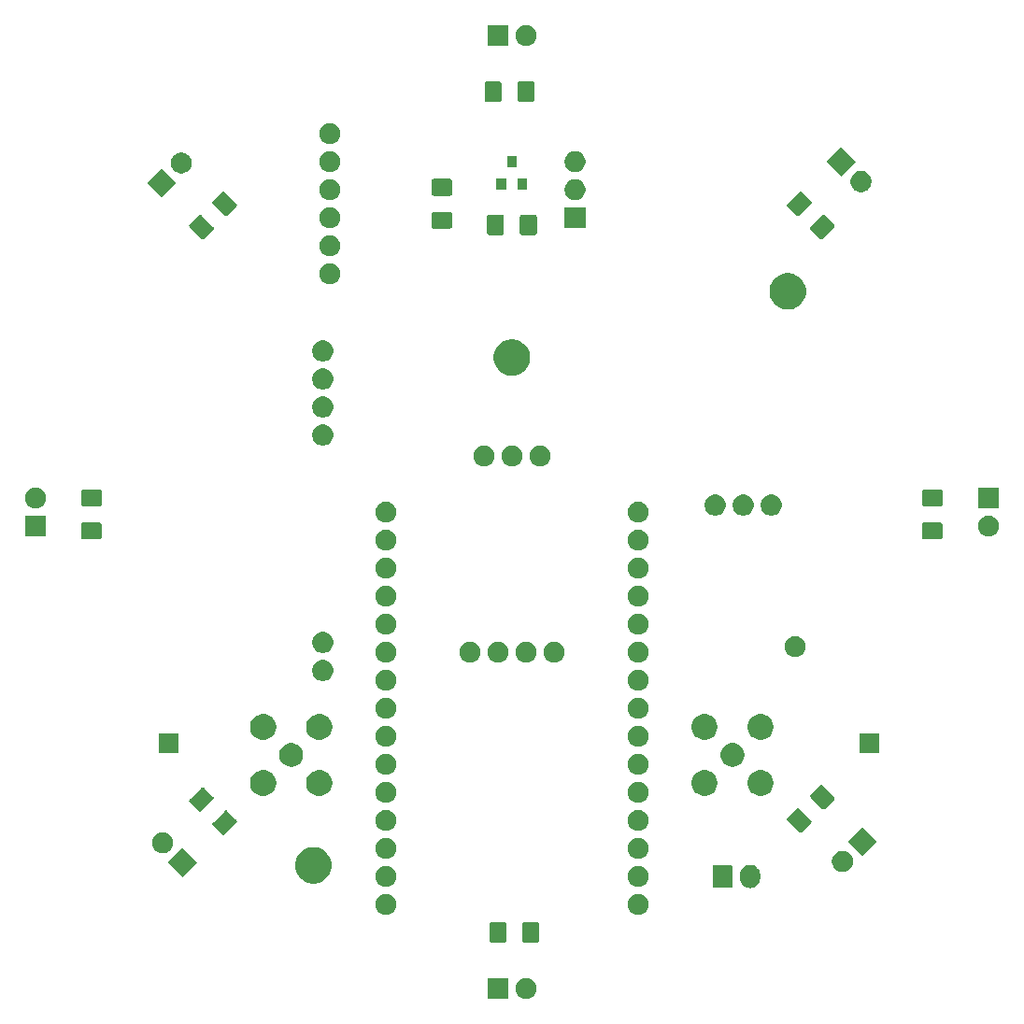
<source format=gbr>
G04 #@! TF.GenerationSoftware,KiCad,Pcbnew,(5.1.4)-1*
G04 #@! TF.CreationDate,2019-09-02T16:39:37+02:00*
G04 #@! TF.ProjectId,OpenMQTTGatewayPCB,4f70656e-4d51-4545-9447-617465776179,1*
G04 #@! TF.SameCoordinates,Original*
G04 #@! TF.FileFunction,Soldermask,Top*
G04 #@! TF.FilePolarity,Negative*
%FSLAX46Y46*%
G04 Gerber Fmt 4.6, Leading zero omitted, Abs format (unit mm)*
G04 Created by KiCad (PCBNEW (5.1.4)-1) date 2019-09-02 16:39:37*
%MOMM*%
%LPD*%
G04 APERTURE LIST*
%ADD10C,0.100000*%
G04 APERTURE END LIST*
D10*
G36*
X98067395Y-115925546D02*
G01*
X98240466Y-115997234D01*
X98240467Y-115997235D01*
X98396227Y-116101310D01*
X98528690Y-116233773D01*
X98528691Y-116233775D01*
X98632766Y-116389534D01*
X98704454Y-116562605D01*
X98741000Y-116746333D01*
X98741000Y-116933667D01*
X98704454Y-117117395D01*
X98632766Y-117290466D01*
X98632765Y-117290467D01*
X98528690Y-117446227D01*
X98396227Y-117578690D01*
X98317818Y-117631081D01*
X98240466Y-117682766D01*
X98067395Y-117754454D01*
X97883667Y-117791000D01*
X97696333Y-117791000D01*
X97512605Y-117754454D01*
X97339534Y-117682766D01*
X97262182Y-117631081D01*
X97183773Y-117578690D01*
X97051310Y-117446227D01*
X96947235Y-117290467D01*
X96947234Y-117290466D01*
X96875546Y-117117395D01*
X96839000Y-116933667D01*
X96839000Y-116746333D01*
X96875546Y-116562605D01*
X96947234Y-116389534D01*
X97051309Y-116233775D01*
X97051310Y-116233773D01*
X97183773Y-116101310D01*
X97339533Y-115997235D01*
X97339534Y-115997234D01*
X97512605Y-115925546D01*
X97696333Y-115889000D01*
X97883667Y-115889000D01*
X98067395Y-115925546D01*
X98067395Y-115925546D01*
G37*
G36*
X96201000Y-117791000D02*
G01*
X94299000Y-117791000D01*
X94299000Y-115889000D01*
X96201000Y-115889000D01*
X96201000Y-117791000D01*
X96201000Y-117791000D01*
G37*
G36*
X95863062Y-110838181D02*
G01*
X95897981Y-110848774D01*
X95930163Y-110865976D01*
X95958373Y-110889127D01*
X95981524Y-110917337D01*
X95998726Y-110949519D01*
X96009319Y-110984438D01*
X96013500Y-111026895D01*
X96013500Y-112493105D01*
X96009319Y-112535562D01*
X95998726Y-112570481D01*
X95981524Y-112602663D01*
X95958373Y-112630873D01*
X95930163Y-112654024D01*
X95897981Y-112671226D01*
X95863062Y-112681819D01*
X95820605Y-112686000D01*
X94679395Y-112686000D01*
X94636938Y-112681819D01*
X94602019Y-112671226D01*
X94569837Y-112654024D01*
X94541627Y-112630873D01*
X94518476Y-112602663D01*
X94501274Y-112570481D01*
X94490681Y-112535562D01*
X94486500Y-112493105D01*
X94486500Y-111026895D01*
X94490681Y-110984438D01*
X94501274Y-110949519D01*
X94518476Y-110917337D01*
X94541627Y-110889127D01*
X94569837Y-110865976D01*
X94602019Y-110848774D01*
X94636938Y-110838181D01*
X94679395Y-110834000D01*
X95820605Y-110834000D01*
X95863062Y-110838181D01*
X95863062Y-110838181D01*
G37*
G36*
X98838062Y-110838181D02*
G01*
X98872981Y-110848774D01*
X98905163Y-110865976D01*
X98933373Y-110889127D01*
X98956524Y-110917337D01*
X98973726Y-110949519D01*
X98984319Y-110984438D01*
X98988500Y-111026895D01*
X98988500Y-112493105D01*
X98984319Y-112535562D01*
X98973726Y-112570481D01*
X98956524Y-112602663D01*
X98933373Y-112630873D01*
X98905163Y-112654024D01*
X98872981Y-112671226D01*
X98838062Y-112681819D01*
X98795605Y-112686000D01*
X97654395Y-112686000D01*
X97611938Y-112681819D01*
X97577019Y-112671226D01*
X97544837Y-112654024D01*
X97516627Y-112630873D01*
X97493476Y-112602663D01*
X97476274Y-112570481D01*
X97465681Y-112535562D01*
X97461500Y-112493105D01*
X97461500Y-111026895D01*
X97465681Y-110984438D01*
X97476274Y-110949519D01*
X97493476Y-110917337D01*
X97516627Y-110889127D01*
X97544837Y-110865976D01*
X97577019Y-110848774D01*
X97611938Y-110838181D01*
X97654395Y-110834000D01*
X98795605Y-110834000D01*
X98838062Y-110838181D01*
X98838062Y-110838181D01*
G37*
G36*
X108227395Y-108305546D02*
G01*
X108400466Y-108377234D01*
X108400467Y-108377235D01*
X108556227Y-108481310D01*
X108688690Y-108613773D01*
X108688691Y-108613775D01*
X108792766Y-108769534D01*
X108864454Y-108942605D01*
X108901000Y-109126333D01*
X108901000Y-109313667D01*
X108864454Y-109497395D01*
X108792766Y-109670466D01*
X108792765Y-109670467D01*
X108688690Y-109826227D01*
X108556227Y-109958690D01*
X108477818Y-110011081D01*
X108400466Y-110062766D01*
X108227395Y-110134454D01*
X108043667Y-110171000D01*
X107856333Y-110171000D01*
X107672605Y-110134454D01*
X107499534Y-110062766D01*
X107422182Y-110011081D01*
X107343773Y-109958690D01*
X107211310Y-109826227D01*
X107107235Y-109670467D01*
X107107234Y-109670466D01*
X107035546Y-109497395D01*
X106999000Y-109313667D01*
X106999000Y-109126333D01*
X107035546Y-108942605D01*
X107107234Y-108769534D01*
X107211309Y-108613775D01*
X107211310Y-108613773D01*
X107343773Y-108481310D01*
X107499533Y-108377235D01*
X107499534Y-108377234D01*
X107672605Y-108305546D01*
X107856333Y-108269000D01*
X108043667Y-108269000D01*
X108227395Y-108305546D01*
X108227395Y-108305546D01*
G37*
G36*
X85367395Y-108305546D02*
G01*
X85540466Y-108377234D01*
X85540467Y-108377235D01*
X85696227Y-108481310D01*
X85828690Y-108613773D01*
X85828691Y-108613775D01*
X85932766Y-108769534D01*
X86004454Y-108942605D01*
X86041000Y-109126333D01*
X86041000Y-109313667D01*
X86004454Y-109497395D01*
X85932766Y-109670466D01*
X85932765Y-109670467D01*
X85828690Y-109826227D01*
X85696227Y-109958690D01*
X85617818Y-110011081D01*
X85540466Y-110062766D01*
X85367395Y-110134454D01*
X85183667Y-110171000D01*
X84996333Y-110171000D01*
X84812605Y-110134454D01*
X84639534Y-110062766D01*
X84562182Y-110011081D01*
X84483773Y-109958690D01*
X84351310Y-109826227D01*
X84247235Y-109670467D01*
X84247234Y-109670466D01*
X84175546Y-109497395D01*
X84139000Y-109313667D01*
X84139000Y-109126333D01*
X84175546Y-108942605D01*
X84247234Y-108769534D01*
X84351309Y-108613775D01*
X84351310Y-108613773D01*
X84483773Y-108481310D01*
X84639533Y-108377235D01*
X84639534Y-108377234D01*
X84812605Y-108305546D01*
X84996333Y-108269000D01*
X85183667Y-108269000D01*
X85367395Y-108305546D01*
X85367395Y-108305546D01*
G37*
G36*
X118286626Y-105642037D02*
G01*
X118456465Y-105693557D01*
X118456467Y-105693558D01*
X118612989Y-105777221D01*
X118750186Y-105889814D01*
X118833448Y-105991271D01*
X118862778Y-106027009D01*
X118946443Y-106183534D01*
X118997963Y-106353373D01*
X119011000Y-106485742D01*
X119011000Y-106874257D01*
X118997963Y-107006626D01*
X118946443Y-107176466D01*
X118862778Y-107332991D01*
X118833448Y-107368729D01*
X118750186Y-107470186D01*
X118655250Y-107548097D01*
X118612991Y-107582778D01*
X118456466Y-107666443D01*
X118286627Y-107717963D01*
X118110000Y-107735359D01*
X117933374Y-107717963D01*
X117763535Y-107666443D01*
X117607010Y-107582778D01*
X117469815Y-107470185D01*
X117357222Y-107332991D01*
X117273557Y-107176466D01*
X117222037Y-107006627D01*
X117209000Y-106874258D01*
X117209000Y-106485743D01*
X117222037Y-106353374D01*
X117273557Y-106183535D01*
X117295983Y-106141579D01*
X117357221Y-106027011D01*
X117469814Y-105889814D01*
X117571271Y-105806552D01*
X117607009Y-105777222D01*
X117763534Y-105693557D01*
X117933373Y-105642037D01*
X118110000Y-105624641D01*
X118286626Y-105642037D01*
X118286626Y-105642037D01*
G37*
G36*
X116368600Y-105632989D02*
G01*
X116401652Y-105643015D01*
X116432103Y-105659292D01*
X116458799Y-105681201D01*
X116480708Y-105707897D01*
X116496985Y-105738348D01*
X116507011Y-105771400D01*
X116511000Y-105811903D01*
X116511000Y-107548097D01*
X116507011Y-107588600D01*
X116496985Y-107621652D01*
X116480708Y-107652103D01*
X116458799Y-107678799D01*
X116432103Y-107700708D01*
X116401652Y-107716985D01*
X116368600Y-107727011D01*
X116328097Y-107731000D01*
X114891903Y-107731000D01*
X114851400Y-107727011D01*
X114818348Y-107716985D01*
X114787897Y-107700708D01*
X114761201Y-107678799D01*
X114739292Y-107652103D01*
X114723015Y-107621652D01*
X114712989Y-107588600D01*
X114709000Y-107548097D01*
X114709000Y-105811903D01*
X114712989Y-105771400D01*
X114723015Y-105738348D01*
X114739292Y-105707897D01*
X114761201Y-105681201D01*
X114787897Y-105659292D01*
X114818348Y-105643015D01*
X114851400Y-105632989D01*
X114891903Y-105629000D01*
X116328097Y-105629000D01*
X116368600Y-105632989D01*
X116368600Y-105632989D01*
G37*
G36*
X85367395Y-105765546D02*
G01*
X85540466Y-105837234D01*
X85540467Y-105837235D01*
X85696227Y-105941310D01*
X85828690Y-106073773D01*
X85828691Y-106073775D01*
X85932766Y-106229534D01*
X86004454Y-106402605D01*
X86041000Y-106586333D01*
X86041000Y-106773667D01*
X86004454Y-106957395D01*
X85932766Y-107130466D01*
X85932765Y-107130467D01*
X85828690Y-107286227D01*
X85696227Y-107418690D01*
X85625422Y-107466000D01*
X85540466Y-107522766D01*
X85367395Y-107594454D01*
X85183667Y-107631000D01*
X84996333Y-107631000D01*
X84812605Y-107594454D01*
X84639534Y-107522766D01*
X84554578Y-107466000D01*
X84483773Y-107418690D01*
X84351310Y-107286227D01*
X84247235Y-107130467D01*
X84247234Y-107130466D01*
X84175546Y-106957395D01*
X84139000Y-106773667D01*
X84139000Y-106586333D01*
X84175546Y-106402605D01*
X84247234Y-106229534D01*
X84351309Y-106073775D01*
X84351310Y-106073773D01*
X84483773Y-105941310D01*
X84639533Y-105837235D01*
X84639534Y-105837234D01*
X84812605Y-105765546D01*
X84996333Y-105729000D01*
X85183667Y-105729000D01*
X85367395Y-105765546D01*
X85367395Y-105765546D01*
G37*
G36*
X108227395Y-105765546D02*
G01*
X108400466Y-105837234D01*
X108400467Y-105837235D01*
X108556227Y-105941310D01*
X108688690Y-106073773D01*
X108688691Y-106073775D01*
X108792766Y-106229534D01*
X108864454Y-106402605D01*
X108901000Y-106586333D01*
X108901000Y-106773667D01*
X108864454Y-106957395D01*
X108792766Y-107130466D01*
X108792765Y-107130467D01*
X108688690Y-107286227D01*
X108556227Y-107418690D01*
X108485422Y-107466000D01*
X108400466Y-107522766D01*
X108227395Y-107594454D01*
X108043667Y-107631000D01*
X107856333Y-107631000D01*
X107672605Y-107594454D01*
X107499534Y-107522766D01*
X107414578Y-107466000D01*
X107343773Y-107418690D01*
X107211310Y-107286227D01*
X107107235Y-107130467D01*
X107107234Y-107130466D01*
X107035546Y-106957395D01*
X106999000Y-106773667D01*
X106999000Y-106586333D01*
X107035546Y-106402605D01*
X107107234Y-106229534D01*
X107211309Y-106073775D01*
X107211310Y-106073773D01*
X107343773Y-105941310D01*
X107499533Y-105837235D01*
X107499534Y-105837234D01*
X107672605Y-105765546D01*
X107856333Y-105729000D01*
X108043667Y-105729000D01*
X108227395Y-105765546D01*
X108227395Y-105765546D01*
G37*
G36*
X78870295Y-104046333D02*
G01*
X79001579Y-104072447D01*
X79302042Y-104196903D01*
X79572451Y-104377585D01*
X79802415Y-104607549D01*
X79964806Y-104850584D01*
X79983098Y-104877960D01*
X80107553Y-105178422D01*
X80171000Y-105497389D01*
X80171000Y-105822611D01*
X80147389Y-105941309D01*
X80107553Y-106141579D01*
X79983097Y-106442042D01*
X79802415Y-106712451D01*
X79572451Y-106942415D01*
X79302042Y-107123097D01*
X79302041Y-107123098D01*
X79302040Y-107123098D01*
X79214037Y-107159550D01*
X79001579Y-107247553D01*
X78895256Y-107268702D01*
X78682611Y-107311000D01*
X78357389Y-107311000D01*
X78144744Y-107268702D01*
X78038421Y-107247553D01*
X77825963Y-107159550D01*
X77737960Y-107123098D01*
X77737959Y-107123098D01*
X77737958Y-107123097D01*
X77467549Y-106942415D01*
X77237585Y-106712451D01*
X77056903Y-106442042D01*
X76932447Y-106141579D01*
X76892611Y-105941309D01*
X76869000Y-105822611D01*
X76869000Y-105497389D01*
X76932447Y-105178422D01*
X77056902Y-104877960D01*
X77075194Y-104850584D01*
X77237585Y-104607549D01*
X77467549Y-104377585D01*
X77737958Y-104196903D01*
X78038421Y-104072447D01*
X78169705Y-104046333D01*
X78357389Y-104009000D01*
X78682611Y-104009000D01*
X78870295Y-104046333D01*
X78870295Y-104046333D01*
G37*
G36*
X68019917Y-105410000D02*
G01*
X66675000Y-106754917D01*
X65330083Y-105410000D01*
X66675000Y-104065083D01*
X68019917Y-105410000D01*
X68019917Y-105410000D01*
G37*
G36*
X126751344Y-104386597D02*
G01*
X126924415Y-104458285D01*
X126924416Y-104458286D01*
X127080176Y-104562361D01*
X127212639Y-104694824D01*
X127212640Y-104694826D01*
X127316715Y-104850585D01*
X127388403Y-105023656D01*
X127424949Y-105207384D01*
X127424949Y-105394718D01*
X127388403Y-105578446D01*
X127316715Y-105751517D01*
X127276366Y-105811903D01*
X127212639Y-105907278D01*
X127080176Y-106039741D01*
X127029243Y-106073773D01*
X126924415Y-106143817D01*
X126751344Y-106215505D01*
X126567616Y-106252051D01*
X126380282Y-106252051D01*
X126196554Y-106215505D01*
X126023483Y-106143817D01*
X125918655Y-106073773D01*
X125867722Y-106039741D01*
X125735259Y-105907278D01*
X125671532Y-105811903D01*
X125631183Y-105751517D01*
X125559495Y-105578446D01*
X125522949Y-105394718D01*
X125522949Y-105207384D01*
X125559495Y-105023656D01*
X125631183Y-104850585D01*
X125735258Y-104694826D01*
X125735259Y-104694824D01*
X125867722Y-104562361D01*
X126023482Y-104458286D01*
X126023483Y-104458285D01*
X126196554Y-104386597D01*
X126380282Y-104350051D01*
X126567616Y-104350051D01*
X126751344Y-104386597D01*
X126751344Y-104386597D01*
G37*
G36*
X85367395Y-103225546D02*
G01*
X85540466Y-103297234D01*
X85540467Y-103297235D01*
X85696227Y-103401310D01*
X85828690Y-103533773D01*
X85828691Y-103533775D01*
X85932766Y-103689534D01*
X86004454Y-103862605D01*
X86041000Y-104046333D01*
X86041000Y-104233667D01*
X86004454Y-104417395D01*
X85932766Y-104590466D01*
X85932765Y-104590467D01*
X85828690Y-104746227D01*
X85696227Y-104878690D01*
X85617818Y-104931081D01*
X85540466Y-104982766D01*
X85367395Y-105054454D01*
X85183667Y-105091000D01*
X84996333Y-105091000D01*
X84812605Y-105054454D01*
X84639534Y-104982766D01*
X84562182Y-104931081D01*
X84483773Y-104878690D01*
X84351310Y-104746227D01*
X84247235Y-104590467D01*
X84247234Y-104590466D01*
X84175546Y-104417395D01*
X84139000Y-104233667D01*
X84139000Y-104046333D01*
X84175546Y-103862605D01*
X84247234Y-103689534D01*
X84351309Y-103533775D01*
X84351310Y-103533773D01*
X84483773Y-103401310D01*
X84639533Y-103297235D01*
X84639534Y-103297234D01*
X84812605Y-103225546D01*
X84996333Y-103189000D01*
X85183667Y-103189000D01*
X85367395Y-103225546D01*
X85367395Y-103225546D01*
G37*
G36*
X108227395Y-103225546D02*
G01*
X108400466Y-103297234D01*
X108400467Y-103297235D01*
X108556227Y-103401310D01*
X108688690Y-103533773D01*
X108688691Y-103533775D01*
X108792766Y-103689534D01*
X108864454Y-103862605D01*
X108901000Y-104046333D01*
X108901000Y-104233667D01*
X108864454Y-104417395D01*
X108792766Y-104590466D01*
X108792765Y-104590467D01*
X108688690Y-104746227D01*
X108556227Y-104878690D01*
X108477818Y-104931081D01*
X108400466Y-104982766D01*
X108227395Y-105054454D01*
X108043667Y-105091000D01*
X107856333Y-105091000D01*
X107672605Y-105054454D01*
X107499534Y-104982766D01*
X107422182Y-104931081D01*
X107343773Y-104878690D01*
X107211310Y-104746227D01*
X107107235Y-104590467D01*
X107107234Y-104590466D01*
X107035546Y-104417395D01*
X106999000Y-104233667D01*
X106999000Y-104046333D01*
X107035546Y-103862605D01*
X107107234Y-103689534D01*
X107211309Y-103533775D01*
X107211310Y-103533773D01*
X107343773Y-103401310D01*
X107499533Y-103297235D01*
X107499534Y-103297234D01*
X107672605Y-103225546D01*
X107856333Y-103189000D01*
X108043667Y-103189000D01*
X108227395Y-103225546D01*
X108227395Y-103225546D01*
G37*
G36*
X129614917Y-103505000D02*
G01*
X128270000Y-104849917D01*
X126925083Y-103505000D01*
X128270000Y-102160083D01*
X129614917Y-103505000D01*
X129614917Y-103505000D01*
G37*
G36*
X65156344Y-102699495D02*
G01*
X65329415Y-102771183D01*
X65329416Y-102771184D01*
X65485176Y-102875259D01*
X65617639Y-103007722D01*
X65617640Y-103007724D01*
X65721715Y-103163483D01*
X65793403Y-103336554D01*
X65829949Y-103520282D01*
X65829949Y-103707616D01*
X65793403Y-103891344D01*
X65721715Y-104064415D01*
X65721268Y-104065084D01*
X65617639Y-104220176D01*
X65485176Y-104352639D01*
X65406767Y-104405030D01*
X65329415Y-104456715D01*
X65156344Y-104528403D01*
X64972616Y-104564949D01*
X64785282Y-104564949D01*
X64601554Y-104528403D01*
X64428483Y-104456715D01*
X64351131Y-104405030D01*
X64272722Y-104352639D01*
X64140259Y-104220176D01*
X64036630Y-104065084D01*
X64036183Y-104064415D01*
X63964495Y-103891344D01*
X63927949Y-103707616D01*
X63927949Y-103520282D01*
X63964495Y-103336554D01*
X64036183Y-103163483D01*
X64140258Y-103007724D01*
X64140259Y-103007722D01*
X64272722Y-102875259D01*
X64428482Y-102771184D01*
X64428483Y-102771183D01*
X64601554Y-102699495D01*
X64785282Y-102662949D01*
X64972616Y-102662949D01*
X65156344Y-102699495D01*
X65156344Y-102699495D01*
G37*
G36*
X70636222Y-100685523D02*
G01*
X70671141Y-100696116D01*
X70703323Y-100713318D01*
X70736297Y-100740379D01*
X70789329Y-100793411D01*
X70789335Y-100793416D01*
X71490226Y-101494307D01*
X71490231Y-101494313D01*
X71543263Y-101547345D01*
X71570324Y-101580319D01*
X71587526Y-101612501D01*
X71598119Y-101647420D01*
X71601695Y-101683737D01*
X71598119Y-101720054D01*
X71587526Y-101754973D01*
X71570324Y-101787155D01*
X71543263Y-101820129D01*
X71490231Y-101873161D01*
X71490226Y-101873167D01*
X70559525Y-102803868D01*
X70559519Y-102803873D01*
X70506487Y-102856905D01*
X70473513Y-102883966D01*
X70441331Y-102901168D01*
X70406412Y-102911761D01*
X70370095Y-102915337D01*
X70333778Y-102911761D01*
X70298859Y-102901168D01*
X70266677Y-102883966D01*
X70233703Y-102856905D01*
X70180671Y-102803873D01*
X70180665Y-102803868D01*
X69479774Y-102102977D01*
X69479769Y-102102971D01*
X69426737Y-102049939D01*
X69399676Y-102016965D01*
X69382474Y-101984783D01*
X69371881Y-101949864D01*
X69368305Y-101913547D01*
X69371881Y-101877230D01*
X69382474Y-101842311D01*
X69399676Y-101810129D01*
X69426737Y-101777155D01*
X69479769Y-101724123D01*
X69479774Y-101724117D01*
X70410475Y-100793416D01*
X70410481Y-100793411D01*
X70463513Y-100740379D01*
X70496487Y-100713318D01*
X70528669Y-100696116D01*
X70563588Y-100685523D01*
X70599905Y-100681947D01*
X70636222Y-100685523D01*
X70636222Y-100685523D01*
G37*
G36*
X122476412Y-100486881D02*
G01*
X122511331Y-100497474D01*
X122543513Y-100514676D01*
X122576487Y-100541737D01*
X122629519Y-100594769D01*
X122629525Y-100594774D01*
X123560226Y-101525475D01*
X123560231Y-101525481D01*
X123613263Y-101578513D01*
X123640324Y-101611487D01*
X123657526Y-101643669D01*
X123668119Y-101678588D01*
X123671695Y-101714905D01*
X123668119Y-101751222D01*
X123657526Y-101786141D01*
X123640324Y-101818323D01*
X123613263Y-101851297D01*
X123560231Y-101904329D01*
X123560226Y-101904335D01*
X122859335Y-102605226D01*
X122859329Y-102605231D01*
X122806297Y-102658263D01*
X122773323Y-102685324D01*
X122741141Y-102702526D01*
X122706222Y-102713119D01*
X122669905Y-102716695D01*
X122633588Y-102713119D01*
X122598669Y-102702526D01*
X122566487Y-102685324D01*
X122533513Y-102658263D01*
X122480481Y-102605231D01*
X122480475Y-102605226D01*
X121549774Y-101674525D01*
X121549769Y-101674519D01*
X121496737Y-101621487D01*
X121469676Y-101588513D01*
X121452474Y-101556331D01*
X121441881Y-101521412D01*
X121438305Y-101485095D01*
X121441881Y-101448778D01*
X121452474Y-101413859D01*
X121469676Y-101381677D01*
X121496737Y-101348703D01*
X121549769Y-101295671D01*
X121549774Y-101295665D01*
X122250665Y-100594774D01*
X122250671Y-100594769D01*
X122303703Y-100541737D01*
X122336677Y-100514676D01*
X122368859Y-100497474D01*
X122403778Y-100486881D01*
X122440095Y-100483305D01*
X122476412Y-100486881D01*
X122476412Y-100486881D01*
G37*
G36*
X108227395Y-100685546D02*
G01*
X108400466Y-100757234D01*
X108454616Y-100793416D01*
X108556227Y-100861310D01*
X108688690Y-100993773D01*
X108688691Y-100993775D01*
X108792766Y-101149534D01*
X108864454Y-101322605D01*
X108901000Y-101506333D01*
X108901000Y-101693667D01*
X108864454Y-101877395D01*
X108792766Y-102050466D01*
X108757679Y-102102977D01*
X108688690Y-102206227D01*
X108556227Y-102338690D01*
X108477818Y-102391081D01*
X108400466Y-102442766D01*
X108227395Y-102514454D01*
X108043667Y-102551000D01*
X107856333Y-102551000D01*
X107672605Y-102514454D01*
X107499534Y-102442766D01*
X107422182Y-102391081D01*
X107343773Y-102338690D01*
X107211310Y-102206227D01*
X107142321Y-102102977D01*
X107107234Y-102050466D01*
X107035546Y-101877395D01*
X106999000Y-101693667D01*
X106999000Y-101506333D01*
X107035546Y-101322605D01*
X107107234Y-101149534D01*
X107211309Y-100993775D01*
X107211310Y-100993773D01*
X107343773Y-100861310D01*
X107445384Y-100793416D01*
X107499534Y-100757234D01*
X107672605Y-100685546D01*
X107856333Y-100649000D01*
X108043667Y-100649000D01*
X108227395Y-100685546D01*
X108227395Y-100685546D01*
G37*
G36*
X85367395Y-100685546D02*
G01*
X85540466Y-100757234D01*
X85594616Y-100793416D01*
X85696227Y-100861310D01*
X85828690Y-100993773D01*
X85828691Y-100993775D01*
X85932766Y-101149534D01*
X86004454Y-101322605D01*
X86041000Y-101506333D01*
X86041000Y-101693667D01*
X86004454Y-101877395D01*
X85932766Y-102050466D01*
X85897679Y-102102977D01*
X85828690Y-102206227D01*
X85696227Y-102338690D01*
X85617818Y-102391081D01*
X85540466Y-102442766D01*
X85367395Y-102514454D01*
X85183667Y-102551000D01*
X84996333Y-102551000D01*
X84812605Y-102514454D01*
X84639534Y-102442766D01*
X84562182Y-102391081D01*
X84483773Y-102338690D01*
X84351310Y-102206227D01*
X84282321Y-102102977D01*
X84247234Y-102050466D01*
X84175546Y-101877395D01*
X84139000Y-101693667D01*
X84139000Y-101506333D01*
X84175546Y-101322605D01*
X84247234Y-101149534D01*
X84351309Y-100993775D01*
X84351310Y-100993773D01*
X84483773Y-100861310D01*
X84585384Y-100793416D01*
X84639534Y-100757234D01*
X84812605Y-100685546D01*
X84996333Y-100649000D01*
X85183667Y-100649000D01*
X85367395Y-100685546D01*
X85367395Y-100685546D01*
G37*
G36*
X68532580Y-98581881D02*
G01*
X68567499Y-98592474D01*
X68599681Y-98609676D01*
X68632655Y-98636737D01*
X68685687Y-98689769D01*
X68685693Y-98689774D01*
X69386584Y-99390665D01*
X69386589Y-99390671D01*
X69439621Y-99443703D01*
X69466682Y-99476677D01*
X69483884Y-99508859D01*
X69494477Y-99543778D01*
X69498053Y-99580095D01*
X69494477Y-99616412D01*
X69483884Y-99651331D01*
X69466682Y-99683513D01*
X69439621Y-99716487D01*
X69386589Y-99769519D01*
X69386584Y-99769525D01*
X68455883Y-100700226D01*
X68455877Y-100700231D01*
X68402845Y-100753263D01*
X68369871Y-100780324D01*
X68337689Y-100797526D01*
X68302770Y-100808119D01*
X68266453Y-100811695D01*
X68230136Y-100808119D01*
X68195217Y-100797526D01*
X68163035Y-100780324D01*
X68130061Y-100753263D01*
X68077029Y-100700231D01*
X68077023Y-100700226D01*
X67376132Y-99999335D01*
X67376127Y-99999329D01*
X67323095Y-99946297D01*
X67296034Y-99913323D01*
X67278832Y-99881141D01*
X67268239Y-99846222D01*
X67264663Y-99809905D01*
X67268239Y-99773588D01*
X67278832Y-99738669D01*
X67296034Y-99706487D01*
X67323095Y-99673513D01*
X67376127Y-99620481D01*
X67376132Y-99620475D01*
X68306833Y-98689774D01*
X68306839Y-98689769D01*
X68359871Y-98636737D01*
X68392845Y-98609676D01*
X68425027Y-98592474D01*
X68459946Y-98581881D01*
X68496263Y-98578305D01*
X68532580Y-98581881D01*
X68532580Y-98581881D01*
G37*
G36*
X124580054Y-98383239D02*
G01*
X124614973Y-98393832D01*
X124647155Y-98411034D01*
X124680129Y-98438095D01*
X124733161Y-98491127D01*
X124733167Y-98491132D01*
X125663868Y-99421833D01*
X125663873Y-99421839D01*
X125716905Y-99474871D01*
X125743966Y-99507845D01*
X125761168Y-99540027D01*
X125771761Y-99574946D01*
X125775337Y-99611263D01*
X125771761Y-99647580D01*
X125761168Y-99682499D01*
X125743966Y-99714681D01*
X125716905Y-99747655D01*
X125663873Y-99800687D01*
X125663868Y-99800693D01*
X124962977Y-100501584D01*
X124962971Y-100501589D01*
X124909939Y-100554621D01*
X124876965Y-100581682D01*
X124844783Y-100598884D01*
X124809864Y-100609477D01*
X124773547Y-100613053D01*
X124737230Y-100609477D01*
X124702311Y-100598884D01*
X124670129Y-100581682D01*
X124637155Y-100554621D01*
X124584123Y-100501589D01*
X124584117Y-100501584D01*
X123653416Y-99570883D01*
X123653411Y-99570877D01*
X123600379Y-99517845D01*
X123573318Y-99484871D01*
X123556116Y-99452689D01*
X123545523Y-99417770D01*
X123541947Y-99381453D01*
X123545523Y-99345136D01*
X123556116Y-99310217D01*
X123573318Y-99278035D01*
X123600379Y-99245061D01*
X123653411Y-99192029D01*
X123653416Y-99192023D01*
X124354307Y-98491132D01*
X124354313Y-98491127D01*
X124407345Y-98438095D01*
X124440319Y-98411034D01*
X124472501Y-98393832D01*
X124507420Y-98383239D01*
X124543737Y-98379663D01*
X124580054Y-98383239D01*
X124580054Y-98383239D01*
G37*
G36*
X85367395Y-98145546D02*
G01*
X85540466Y-98217234D01*
X85540467Y-98217235D01*
X85696227Y-98321310D01*
X85828690Y-98453773D01*
X85853652Y-98491132D01*
X85932766Y-98609534D01*
X86004454Y-98782605D01*
X86041000Y-98966333D01*
X86041000Y-99153667D01*
X86004454Y-99337395D01*
X85932766Y-99510466D01*
X85900337Y-99558999D01*
X85828690Y-99666227D01*
X85696227Y-99798690D01*
X85693229Y-99800693D01*
X85540466Y-99902766D01*
X85367395Y-99974454D01*
X85183667Y-100011000D01*
X84996333Y-100011000D01*
X84812605Y-99974454D01*
X84639534Y-99902766D01*
X84486771Y-99800693D01*
X84483773Y-99798690D01*
X84351310Y-99666227D01*
X84279663Y-99558999D01*
X84247234Y-99510466D01*
X84175546Y-99337395D01*
X84139000Y-99153667D01*
X84139000Y-98966333D01*
X84175546Y-98782605D01*
X84247234Y-98609534D01*
X84326348Y-98491132D01*
X84351310Y-98453773D01*
X84483773Y-98321310D01*
X84639533Y-98217235D01*
X84639534Y-98217234D01*
X84812605Y-98145546D01*
X84996333Y-98109000D01*
X85183667Y-98109000D01*
X85367395Y-98145546D01*
X85367395Y-98145546D01*
G37*
G36*
X108227395Y-98145546D02*
G01*
X108400466Y-98217234D01*
X108400467Y-98217235D01*
X108556227Y-98321310D01*
X108688690Y-98453773D01*
X108713652Y-98491132D01*
X108792766Y-98609534D01*
X108864454Y-98782605D01*
X108901000Y-98966333D01*
X108901000Y-99153667D01*
X108864454Y-99337395D01*
X108792766Y-99510466D01*
X108760337Y-99558999D01*
X108688690Y-99666227D01*
X108556227Y-99798690D01*
X108553229Y-99800693D01*
X108400466Y-99902766D01*
X108227395Y-99974454D01*
X108043667Y-100011000D01*
X107856333Y-100011000D01*
X107672605Y-99974454D01*
X107499534Y-99902766D01*
X107346771Y-99800693D01*
X107343773Y-99798690D01*
X107211310Y-99666227D01*
X107139663Y-99558999D01*
X107107234Y-99510466D01*
X107035546Y-99337395D01*
X106999000Y-99153667D01*
X106999000Y-98966333D01*
X107035546Y-98782605D01*
X107107234Y-98609534D01*
X107186348Y-98491132D01*
X107211310Y-98453773D01*
X107343773Y-98321310D01*
X107499533Y-98217235D01*
X107499534Y-98217234D01*
X107672605Y-98145546D01*
X107856333Y-98109000D01*
X108043667Y-98109000D01*
X108227395Y-98145546D01*
X108227395Y-98145546D01*
G37*
G36*
X119251560Y-97039064D02*
G01*
X119403027Y-97069193D01*
X119617045Y-97157842D01*
X119617046Y-97157843D01*
X119809654Y-97286539D01*
X119973461Y-97450346D01*
X120059258Y-97578751D01*
X120102158Y-97642955D01*
X120190807Y-97856973D01*
X120190807Y-97856975D01*
X120236000Y-98084173D01*
X120236000Y-98315827D01*
X120234909Y-98321310D01*
X120190807Y-98543027D01*
X120102158Y-98757045D01*
X120102157Y-98757046D01*
X119973461Y-98949654D01*
X119809654Y-99113461D01*
X119749484Y-99153665D01*
X119617045Y-99242158D01*
X119403027Y-99330807D01*
X119251560Y-99360936D01*
X119175827Y-99376000D01*
X118944173Y-99376000D01*
X118868440Y-99360936D01*
X118716973Y-99330807D01*
X118502955Y-99242158D01*
X118370516Y-99153665D01*
X118310346Y-99113461D01*
X118146539Y-98949654D01*
X118017843Y-98757046D01*
X118017842Y-98757045D01*
X117929193Y-98543027D01*
X117885091Y-98321310D01*
X117884000Y-98315827D01*
X117884000Y-98084173D01*
X117929193Y-97856975D01*
X117929193Y-97856973D01*
X118017842Y-97642955D01*
X118060742Y-97578751D01*
X118146539Y-97450346D01*
X118310346Y-97286539D01*
X118502954Y-97157843D01*
X118502955Y-97157842D01*
X118716973Y-97069193D01*
X118868440Y-97039064D01*
X118944173Y-97024000D01*
X119175827Y-97024000D01*
X119251560Y-97039064D01*
X119251560Y-97039064D01*
G37*
G36*
X114171560Y-97039064D02*
G01*
X114323027Y-97069193D01*
X114537045Y-97157842D01*
X114537046Y-97157843D01*
X114729654Y-97286539D01*
X114893461Y-97450346D01*
X114979258Y-97578751D01*
X115022158Y-97642955D01*
X115110807Y-97856973D01*
X115110807Y-97856975D01*
X115156000Y-98084173D01*
X115156000Y-98315827D01*
X115154909Y-98321310D01*
X115110807Y-98543027D01*
X115022158Y-98757045D01*
X115022157Y-98757046D01*
X114893461Y-98949654D01*
X114729654Y-99113461D01*
X114669484Y-99153665D01*
X114537045Y-99242158D01*
X114323027Y-99330807D01*
X114171560Y-99360936D01*
X114095827Y-99376000D01*
X113864173Y-99376000D01*
X113788440Y-99360936D01*
X113636973Y-99330807D01*
X113422955Y-99242158D01*
X113290516Y-99153665D01*
X113230346Y-99113461D01*
X113066539Y-98949654D01*
X112937843Y-98757046D01*
X112937842Y-98757045D01*
X112849193Y-98543027D01*
X112805091Y-98321310D01*
X112804000Y-98315827D01*
X112804000Y-98084173D01*
X112849193Y-97856975D01*
X112849193Y-97856973D01*
X112937842Y-97642955D01*
X112980742Y-97578751D01*
X113066539Y-97450346D01*
X113230346Y-97286539D01*
X113422954Y-97157843D01*
X113422955Y-97157842D01*
X113636973Y-97069193D01*
X113788440Y-97039064D01*
X113864173Y-97024000D01*
X114095827Y-97024000D01*
X114171560Y-97039064D01*
X114171560Y-97039064D01*
G37*
G36*
X79251560Y-97039064D02*
G01*
X79403027Y-97069193D01*
X79617045Y-97157842D01*
X79617046Y-97157843D01*
X79809654Y-97286539D01*
X79973461Y-97450346D01*
X80059258Y-97578751D01*
X80102158Y-97642955D01*
X80190807Y-97856973D01*
X80190807Y-97856975D01*
X80236000Y-98084173D01*
X80236000Y-98315827D01*
X80234909Y-98321310D01*
X80190807Y-98543027D01*
X80102158Y-98757045D01*
X80102157Y-98757046D01*
X79973461Y-98949654D01*
X79809654Y-99113461D01*
X79749484Y-99153665D01*
X79617045Y-99242158D01*
X79403027Y-99330807D01*
X79251560Y-99360936D01*
X79175827Y-99376000D01*
X78944173Y-99376000D01*
X78868440Y-99360936D01*
X78716973Y-99330807D01*
X78502955Y-99242158D01*
X78370516Y-99153665D01*
X78310346Y-99113461D01*
X78146539Y-98949654D01*
X78017843Y-98757046D01*
X78017842Y-98757045D01*
X77929193Y-98543027D01*
X77885091Y-98321310D01*
X77884000Y-98315827D01*
X77884000Y-98084173D01*
X77929193Y-97856975D01*
X77929193Y-97856973D01*
X78017842Y-97642955D01*
X78060742Y-97578751D01*
X78146539Y-97450346D01*
X78310346Y-97286539D01*
X78502954Y-97157843D01*
X78502955Y-97157842D01*
X78716973Y-97069193D01*
X78868440Y-97039064D01*
X78944173Y-97024000D01*
X79175827Y-97024000D01*
X79251560Y-97039064D01*
X79251560Y-97039064D01*
G37*
G36*
X74171560Y-97039064D02*
G01*
X74323027Y-97069193D01*
X74537045Y-97157842D01*
X74537046Y-97157843D01*
X74729654Y-97286539D01*
X74893461Y-97450346D01*
X74979258Y-97578751D01*
X75022158Y-97642955D01*
X75110807Y-97856973D01*
X75110807Y-97856975D01*
X75156000Y-98084173D01*
X75156000Y-98315827D01*
X75154909Y-98321310D01*
X75110807Y-98543027D01*
X75022158Y-98757045D01*
X75022157Y-98757046D01*
X74893461Y-98949654D01*
X74729654Y-99113461D01*
X74669484Y-99153665D01*
X74537045Y-99242158D01*
X74323027Y-99330807D01*
X74171560Y-99360936D01*
X74095827Y-99376000D01*
X73864173Y-99376000D01*
X73788440Y-99360936D01*
X73636973Y-99330807D01*
X73422955Y-99242158D01*
X73290516Y-99153665D01*
X73230346Y-99113461D01*
X73066539Y-98949654D01*
X72937843Y-98757046D01*
X72937842Y-98757045D01*
X72849193Y-98543027D01*
X72805091Y-98321310D01*
X72804000Y-98315827D01*
X72804000Y-98084173D01*
X72849193Y-97856975D01*
X72849193Y-97856973D01*
X72937842Y-97642955D01*
X72980742Y-97578751D01*
X73066539Y-97450346D01*
X73230346Y-97286539D01*
X73422954Y-97157843D01*
X73422955Y-97157842D01*
X73636973Y-97069193D01*
X73788440Y-97039064D01*
X73864173Y-97024000D01*
X74095827Y-97024000D01*
X74171560Y-97039064D01*
X74171560Y-97039064D01*
G37*
G36*
X85367395Y-95605546D02*
G01*
X85540466Y-95677234D01*
X85540467Y-95677235D01*
X85696227Y-95781310D01*
X85828690Y-95913773D01*
X85828691Y-95913775D01*
X85932766Y-96069534D01*
X86004454Y-96242605D01*
X86041000Y-96426333D01*
X86041000Y-96613667D01*
X86004454Y-96797395D01*
X85932766Y-96970466D01*
X85932765Y-96970467D01*
X85828690Y-97126227D01*
X85696227Y-97258690D01*
X85654548Y-97286539D01*
X85540466Y-97362766D01*
X85367395Y-97434454D01*
X85183667Y-97471000D01*
X84996333Y-97471000D01*
X84812605Y-97434454D01*
X84639534Y-97362766D01*
X84525452Y-97286539D01*
X84483773Y-97258690D01*
X84351310Y-97126227D01*
X84247235Y-96970467D01*
X84247234Y-96970466D01*
X84175546Y-96797395D01*
X84139000Y-96613667D01*
X84139000Y-96426333D01*
X84175546Y-96242605D01*
X84247234Y-96069534D01*
X84351309Y-95913775D01*
X84351310Y-95913773D01*
X84483773Y-95781310D01*
X84639533Y-95677235D01*
X84639534Y-95677234D01*
X84812605Y-95605546D01*
X84996333Y-95569000D01*
X85183667Y-95569000D01*
X85367395Y-95605546D01*
X85367395Y-95605546D01*
G37*
G36*
X108227395Y-95605546D02*
G01*
X108400466Y-95677234D01*
X108400467Y-95677235D01*
X108556227Y-95781310D01*
X108688690Y-95913773D01*
X108688691Y-95913775D01*
X108792766Y-96069534D01*
X108864454Y-96242605D01*
X108901000Y-96426333D01*
X108901000Y-96613667D01*
X108864454Y-96797395D01*
X108792766Y-96970466D01*
X108792765Y-96970467D01*
X108688690Y-97126227D01*
X108556227Y-97258690D01*
X108514548Y-97286539D01*
X108400466Y-97362766D01*
X108227395Y-97434454D01*
X108043667Y-97471000D01*
X107856333Y-97471000D01*
X107672605Y-97434454D01*
X107499534Y-97362766D01*
X107385452Y-97286539D01*
X107343773Y-97258690D01*
X107211310Y-97126227D01*
X107107235Y-96970467D01*
X107107234Y-96970466D01*
X107035546Y-96797395D01*
X106999000Y-96613667D01*
X106999000Y-96426333D01*
X107035546Y-96242605D01*
X107107234Y-96069534D01*
X107211309Y-95913775D01*
X107211310Y-95913773D01*
X107343773Y-95781310D01*
X107499533Y-95677235D01*
X107499534Y-95677234D01*
X107672605Y-95605546D01*
X107856333Y-95569000D01*
X108043667Y-95569000D01*
X108227395Y-95605546D01*
X108227395Y-95605546D01*
G37*
G36*
X116695271Y-94597783D02*
G01*
X116833858Y-94625350D01*
X117029677Y-94706461D01*
X117205910Y-94824216D01*
X117355784Y-94974090D01*
X117473539Y-95150323D01*
X117554650Y-95346142D01*
X117596000Y-95554023D01*
X117596000Y-95765977D01*
X117554650Y-95973858D01*
X117473539Y-96169677D01*
X117355784Y-96345910D01*
X117205910Y-96495784D01*
X117029677Y-96613539D01*
X116833858Y-96694650D01*
X116695271Y-96722217D01*
X116625978Y-96736000D01*
X116414022Y-96736000D01*
X116344729Y-96722217D01*
X116206142Y-96694650D01*
X116010323Y-96613539D01*
X115834090Y-96495784D01*
X115684216Y-96345910D01*
X115566461Y-96169677D01*
X115485350Y-95973858D01*
X115444000Y-95765977D01*
X115444000Y-95554023D01*
X115485350Y-95346142D01*
X115566461Y-95150323D01*
X115684216Y-94974090D01*
X115834090Y-94824216D01*
X116010323Y-94706461D01*
X116206142Y-94625350D01*
X116344729Y-94597783D01*
X116414022Y-94584000D01*
X116625978Y-94584000D01*
X116695271Y-94597783D01*
X116695271Y-94597783D01*
G37*
G36*
X76695271Y-94597783D02*
G01*
X76833858Y-94625350D01*
X77029677Y-94706461D01*
X77205910Y-94824216D01*
X77355784Y-94974090D01*
X77473539Y-95150323D01*
X77554650Y-95346142D01*
X77596000Y-95554023D01*
X77596000Y-95765977D01*
X77554650Y-95973858D01*
X77473539Y-96169677D01*
X77355784Y-96345910D01*
X77205910Y-96495784D01*
X77029677Y-96613539D01*
X76833858Y-96694650D01*
X76695271Y-96722217D01*
X76625978Y-96736000D01*
X76414022Y-96736000D01*
X76344729Y-96722217D01*
X76206142Y-96694650D01*
X76010323Y-96613539D01*
X75834090Y-96495784D01*
X75684216Y-96345910D01*
X75566461Y-96169677D01*
X75485350Y-95973858D01*
X75444000Y-95765977D01*
X75444000Y-95554023D01*
X75485350Y-95346142D01*
X75566461Y-95150323D01*
X75684216Y-94974090D01*
X75834090Y-94824216D01*
X76010323Y-94706461D01*
X76206142Y-94625350D01*
X76344729Y-94597783D01*
X76414022Y-94584000D01*
X76625978Y-94584000D01*
X76695271Y-94597783D01*
X76695271Y-94597783D01*
G37*
G36*
X66306000Y-95516000D02*
G01*
X64504000Y-95516000D01*
X64504000Y-93714000D01*
X66306000Y-93714000D01*
X66306000Y-95516000D01*
X66306000Y-95516000D01*
G37*
G36*
X129806000Y-95516000D02*
G01*
X128004000Y-95516000D01*
X128004000Y-93714000D01*
X129806000Y-93714000D01*
X129806000Y-95516000D01*
X129806000Y-95516000D01*
G37*
G36*
X85367395Y-93065546D02*
G01*
X85540466Y-93137234D01*
X85540467Y-93137235D01*
X85696227Y-93241310D01*
X85828690Y-93373773D01*
X85828691Y-93373775D01*
X85932766Y-93529534D01*
X86004454Y-93702605D01*
X86041000Y-93886333D01*
X86041000Y-94073667D01*
X86004454Y-94257395D01*
X85932766Y-94430466D01*
X85932765Y-94430467D01*
X85828690Y-94586227D01*
X85696227Y-94718690D01*
X85617818Y-94771081D01*
X85540466Y-94822766D01*
X85367395Y-94894454D01*
X85183667Y-94931000D01*
X84996333Y-94931000D01*
X84812605Y-94894454D01*
X84639534Y-94822766D01*
X84562182Y-94771081D01*
X84483773Y-94718690D01*
X84351310Y-94586227D01*
X84247235Y-94430467D01*
X84247234Y-94430466D01*
X84175546Y-94257395D01*
X84139000Y-94073667D01*
X84139000Y-93886333D01*
X84175546Y-93702605D01*
X84247234Y-93529534D01*
X84351309Y-93373775D01*
X84351310Y-93373773D01*
X84483773Y-93241310D01*
X84639533Y-93137235D01*
X84639534Y-93137234D01*
X84812605Y-93065546D01*
X84996333Y-93029000D01*
X85183667Y-93029000D01*
X85367395Y-93065546D01*
X85367395Y-93065546D01*
G37*
G36*
X108227395Y-93065546D02*
G01*
X108400466Y-93137234D01*
X108400467Y-93137235D01*
X108556227Y-93241310D01*
X108688690Y-93373773D01*
X108688691Y-93373775D01*
X108792766Y-93529534D01*
X108864454Y-93702605D01*
X108901000Y-93886333D01*
X108901000Y-94073667D01*
X108864454Y-94257395D01*
X108792766Y-94430466D01*
X108792765Y-94430467D01*
X108688690Y-94586227D01*
X108556227Y-94718690D01*
X108477818Y-94771081D01*
X108400466Y-94822766D01*
X108227395Y-94894454D01*
X108043667Y-94931000D01*
X107856333Y-94931000D01*
X107672605Y-94894454D01*
X107499534Y-94822766D01*
X107422182Y-94771081D01*
X107343773Y-94718690D01*
X107211310Y-94586227D01*
X107107235Y-94430467D01*
X107107234Y-94430466D01*
X107035546Y-94257395D01*
X106999000Y-94073667D01*
X106999000Y-93886333D01*
X107035546Y-93702605D01*
X107107234Y-93529534D01*
X107211309Y-93373775D01*
X107211310Y-93373773D01*
X107343773Y-93241310D01*
X107499533Y-93137235D01*
X107499534Y-93137234D01*
X107672605Y-93065546D01*
X107856333Y-93029000D01*
X108043667Y-93029000D01*
X108227395Y-93065546D01*
X108227395Y-93065546D01*
G37*
G36*
X79251560Y-91959064D02*
G01*
X79403027Y-91989193D01*
X79617045Y-92077842D01*
X79617046Y-92077843D01*
X79809654Y-92206539D01*
X79973461Y-92370346D01*
X80059258Y-92498751D01*
X80102158Y-92562955D01*
X80190807Y-92776973D01*
X80190807Y-92776975D01*
X80236000Y-93004173D01*
X80236000Y-93235827D01*
X80234909Y-93241310D01*
X80190807Y-93463027D01*
X80102158Y-93677045D01*
X80102157Y-93677046D01*
X79973461Y-93869654D01*
X79809654Y-94033461D01*
X79749484Y-94073665D01*
X79617045Y-94162158D01*
X79403027Y-94250807D01*
X79251560Y-94280936D01*
X79175827Y-94296000D01*
X78944173Y-94296000D01*
X78868440Y-94280936D01*
X78716973Y-94250807D01*
X78502955Y-94162158D01*
X78370516Y-94073665D01*
X78310346Y-94033461D01*
X78146539Y-93869654D01*
X78017843Y-93677046D01*
X78017842Y-93677045D01*
X77929193Y-93463027D01*
X77885091Y-93241310D01*
X77884000Y-93235827D01*
X77884000Y-93004173D01*
X77929193Y-92776975D01*
X77929193Y-92776973D01*
X78017842Y-92562955D01*
X78060742Y-92498751D01*
X78146539Y-92370346D01*
X78310346Y-92206539D01*
X78502954Y-92077843D01*
X78502955Y-92077842D01*
X78716973Y-91989193D01*
X78868440Y-91959064D01*
X78944173Y-91944000D01*
X79175827Y-91944000D01*
X79251560Y-91959064D01*
X79251560Y-91959064D01*
G37*
G36*
X119251560Y-91959064D02*
G01*
X119403027Y-91989193D01*
X119617045Y-92077842D01*
X119617046Y-92077843D01*
X119809654Y-92206539D01*
X119973461Y-92370346D01*
X120059258Y-92498751D01*
X120102158Y-92562955D01*
X120190807Y-92776973D01*
X120190807Y-92776975D01*
X120236000Y-93004173D01*
X120236000Y-93235827D01*
X120234909Y-93241310D01*
X120190807Y-93463027D01*
X120102158Y-93677045D01*
X120102157Y-93677046D01*
X119973461Y-93869654D01*
X119809654Y-94033461D01*
X119749484Y-94073665D01*
X119617045Y-94162158D01*
X119403027Y-94250807D01*
X119251560Y-94280936D01*
X119175827Y-94296000D01*
X118944173Y-94296000D01*
X118868440Y-94280936D01*
X118716973Y-94250807D01*
X118502955Y-94162158D01*
X118370516Y-94073665D01*
X118310346Y-94033461D01*
X118146539Y-93869654D01*
X118017843Y-93677046D01*
X118017842Y-93677045D01*
X117929193Y-93463027D01*
X117885091Y-93241310D01*
X117884000Y-93235827D01*
X117884000Y-93004173D01*
X117929193Y-92776975D01*
X117929193Y-92776973D01*
X118017842Y-92562955D01*
X118060742Y-92498751D01*
X118146539Y-92370346D01*
X118310346Y-92206539D01*
X118502954Y-92077843D01*
X118502955Y-92077842D01*
X118716973Y-91989193D01*
X118868440Y-91959064D01*
X118944173Y-91944000D01*
X119175827Y-91944000D01*
X119251560Y-91959064D01*
X119251560Y-91959064D01*
G37*
G36*
X114171560Y-91959064D02*
G01*
X114323027Y-91989193D01*
X114537045Y-92077842D01*
X114537046Y-92077843D01*
X114729654Y-92206539D01*
X114893461Y-92370346D01*
X114979258Y-92498751D01*
X115022158Y-92562955D01*
X115110807Y-92776973D01*
X115110807Y-92776975D01*
X115156000Y-93004173D01*
X115156000Y-93235827D01*
X115154909Y-93241310D01*
X115110807Y-93463027D01*
X115022158Y-93677045D01*
X115022157Y-93677046D01*
X114893461Y-93869654D01*
X114729654Y-94033461D01*
X114669484Y-94073665D01*
X114537045Y-94162158D01*
X114323027Y-94250807D01*
X114171560Y-94280936D01*
X114095827Y-94296000D01*
X113864173Y-94296000D01*
X113788440Y-94280936D01*
X113636973Y-94250807D01*
X113422955Y-94162158D01*
X113290516Y-94073665D01*
X113230346Y-94033461D01*
X113066539Y-93869654D01*
X112937843Y-93677046D01*
X112937842Y-93677045D01*
X112849193Y-93463027D01*
X112805091Y-93241310D01*
X112804000Y-93235827D01*
X112804000Y-93004173D01*
X112849193Y-92776975D01*
X112849193Y-92776973D01*
X112937842Y-92562955D01*
X112980742Y-92498751D01*
X113066539Y-92370346D01*
X113230346Y-92206539D01*
X113422954Y-92077843D01*
X113422955Y-92077842D01*
X113636973Y-91989193D01*
X113788440Y-91959064D01*
X113864173Y-91944000D01*
X114095827Y-91944000D01*
X114171560Y-91959064D01*
X114171560Y-91959064D01*
G37*
G36*
X74171560Y-91959064D02*
G01*
X74323027Y-91989193D01*
X74537045Y-92077842D01*
X74537046Y-92077843D01*
X74729654Y-92206539D01*
X74893461Y-92370346D01*
X74979258Y-92498751D01*
X75022158Y-92562955D01*
X75110807Y-92776973D01*
X75110807Y-92776975D01*
X75156000Y-93004173D01*
X75156000Y-93235827D01*
X75154909Y-93241310D01*
X75110807Y-93463027D01*
X75022158Y-93677045D01*
X75022157Y-93677046D01*
X74893461Y-93869654D01*
X74729654Y-94033461D01*
X74669484Y-94073665D01*
X74537045Y-94162158D01*
X74323027Y-94250807D01*
X74171560Y-94280936D01*
X74095827Y-94296000D01*
X73864173Y-94296000D01*
X73788440Y-94280936D01*
X73636973Y-94250807D01*
X73422955Y-94162158D01*
X73290516Y-94073665D01*
X73230346Y-94033461D01*
X73066539Y-93869654D01*
X72937843Y-93677046D01*
X72937842Y-93677045D01*
X72849193Y-93463027D01*
X72805091Y-93241310D01*
X72804000Y-93235827D01*
X72804000Y-93004173D01*
X72849193Y-92776975D01*
X72849193Y-92776973D01*
X72937842Y-92562955D01*
X72980742Y-92498751D01*
X73066539Y-92370346D01*
X73230346Y-92206539D01*
X73422954Y-92077843D01*
X73422955Y-92077842D01*
X73636973Y-91989193D01*
X73788440Y-91959064D01*
X73864173Y-91944000D01*
X74095827Y-91944000D01*
X74171560Y-91959064D01*
X74171560Y-91959064D01*
G37*
G36*
X85367395Y-90525546D02*
G01*
X85540466Y-90597234D01*
X85540467Y-90597235D01*
X85696227Y-90701310D01*
X85828690Y-90833773D01*
X85828691Y-90833775D01*
X85932766Y-90989534D01*
X86004454Y-91162605D01*
X86041000Y-91346333D01*
X86041000Y-91533667D01*
X86004454Y-91717395D01*
X85932766Y-91890466D01*
X85932765Y-91890467D01*
X85828690Y-92046227D01*
X85696227Y-92178690D01*
X85654548Y-92206539D01*
X85540466Y-92282766D01*
X85367395Y-92354454D01*
X85183667Y-92391000D01*
X84996333Y-92391000D01*
X84812605Y-92354454D01*
X84639534Y-92282766D01*
X84525452Y-92206539D01*
X84483773Y-92178690D01*
X84351310Y-92046227D01*
X84247235Y-91890467D01*
X84247234Y-91890466D01*
X84175546Y-91717395D01*
X84139000Y-91533667D01*
X84139000Y-91346333D01*
X84175546Y-91162605D01*
X84247234Y-90989534D01*
X84351309Y-90833775D01*
X84351310Y-90833773D01*
X84483773Y-90701310D01*
X84639533Y-90597235D01*
X84639534Y-90597234D01*
X84812605Y-90525546D01*
X84996333Y-90489000D01*
X85183667Y-90489000D01*
X85367395Y-90525546D01*
X85367395Y-90525546D01*
G37*
G36*
X108227395Y-90525546D02*
G01*
X108400466Y-90597234D01*
X108400467Y-90597235D01*
X108556227Y-90701310D01*
X108688690Y-90833773D01*
X108688691Y-90833775D01*
X108792766Y-90989534D01*
X108864454Y-91162605D01*
X108901000Y-91346333D01*
X108901000Y-91533667D01*
X108864454Y-91717395D01*
X108792766Y-91890466D01*
X108792765Y-91890467D01*
X108688690Y-92046227D01*
X108556227Y-92178690D01*
X108514548Y-92206539D01*
X108400466Y-92282766D01*
X108227395Y-92354454D01*
X108043667Y-92391000D01*
X107856333Y-92391000D01*
X107672605Y-92354454D01*
X107499534Y-92282766D01*
X107385452Y-92206539D01*
X107343773Y-92178690D01*
X107211310Y-92046227D01*
X107107235Y-91890467D01*
X107107234Y-91890466D01*
X107035546Y-91717395D01*
X106999000Y-91533667D01*
X106999000Y-91346333D01*
X107035546Y-91162605D01*
X107107234Y-90989534D01*
X107211309Y-90833775D01*
X107211310Y-90833773D01*
X107343773Y-90701310D01*
X107499533Y-90597235D01*
X107499534Y-90597234D01*
X107672605Y-90525546D01*
X107856333Y-90489000D01*
X108043667Y-90489000D01*
X108227395Y-90525546D01*
X108227395Y-90525546D01*
G37*
G36*
X108227395Y-87985546D02*
G01*
X108400466Y-88057234D01*
X108400467Y-88057235D01*
X108556227Y-88161310D01*
X108688690Y-88293773D01*
X108688691Y-88293775D01*
X108792766Y-88449534D01*
X108864454Y-88622605D01*
X108901000Y-88806333D01*
X108901000Y-88993667D01*
X108864454Y-89177395D01*
X108792766Y-89350466D01*
X108792765Y-89350467D01*
X108688690Y-89506227D01*
X108556227Y-89638690D01*
X108477818Y-89691081D01*
X108400466Y-89742766D01*
X108227395Y-89814454D01*
X108043667Y-89851000D01*
X107856333Y-89851000D01*
X107672605Y-89814454D01*
X107499534Y-89742766D01*
X107422182Y-89691081D01*
X107343773Y-89638690D01*
X107211310Y-89506227D01*
X107107235Y-89350467D01*
X107107234Y-89350466D01*
X107035546Y-89177395D01*
X106999000Y-88993667D01*
X106999000Y-88806333D01*
X107035546Y-88622605D01*
X107107234Y-88449534D01*
X107211309Y-88293775D01*
X107211310Y-88293773D01*
X107343773Y-88161310D01*
X107499533Y-88057235D01*
X107499534Y-88057234D01*
X107672605Y-87985546D01*
X107856333Y-87949000D01*
X108043667Y-87949000D01*
X108227395Y-87985546D01*
X108227395Y-87985546D01*
G37*
G36*
X85367395Y-87985546D02*
G01*
X85540466Y-88057234D01*
X85540467Y-88057235D01*
X85696227Y-88161310D01*
X85828690Y-88293773D01*
X85828691Y-88293775D01*
X85932766Y-88449534D01*
X86004454Y-88622605D01*
X86041000Y-88806333D01*
X86041000Y-88993667D01*
X86004454Y-89177395D01*
X85932766Y-89350466D01*
X85932765Y-89350467D01*
X85828690Y-89506227D01*
X85696227Y-89638690D01*
X85617818Y-89691081D01*
X85540466Y-89742766D01*
X85367395Y-89814454D01*
X85183667Y-89851000D01*
X84996333Y-89851000D01*
X84812605Y-89814454D01*
X84639534Y-89742766D01*
X84562182Y-89691081D01*
X84483773Y-89638690D01*
X84351310Y-89506227D01*
X84247235Y-89350467D01*
X84247234Y-89350466D01*
X84175546Y-89177395D01*
X84139000Y-88993667D01*
X84139000Y-88806333D01*
X84175546Y-88622605D01*
X84247234Y-88449534D01*
X84351309Y-88293775D01*
X84351310Y-88293773D01*
X84483773Y-88161310D01*
X84639533Y-88057235D01*
X84639534Y-88057234D01*
X84812605Y-87985546D01*
X84996333Y-87949000D01*
X85183667Y-87949000D01*
X85367395Y-87985546D01*
X85367395Y-87985546D01*
G37*
G36*
X79652395Y-87096546D02*
G01*
X79825466Y-87168234D01*
X79825467Y-87168235D01*
X79981227Y-87272310D01*
X80113690Y-87404773D01*
X80113691Y-87404775D01*
X80217766Y-87560534D01*
X80289454Y-87733605D01*
X80326000Y-87917333D01*
X80326000Y-88104667D01*
X80289454Y-88288395D01*
X80217766Y-88461466D01*
X80217765Y-88461467D01*
X80113690Y-88617227D01*
X79981227Y-88749690D01*
X79902818Y-88802081D01*
X79825466Y-88853766D01*
X79652395Y-88925454D01*
X79468667Y-88962000D01*
X79281333Y-88962000D01*
X79097605Y-88925454D01*
X78924534Y-88853766D01*
X78847182Y-88802081D01*
X78768773Y-88749690D01*
X78636310Y-88617227D01*
X78532235Y-88461467D01*
X78532234Y-88461466D01*
X78460546Y-88288395D01*
X78424000Y-88104667D01*
X78424000Y-87917333D01*
X78460546Y-87733605D01*
X78532234Y-87560534D01*
X78636309Y-87404775D01*
X78636310Y-87404773D01*
X78768773Y-87272310D01*
X78924533Y-87168235D01*
X78924534Y-87168234D01*
X79097605Y-87096546D01*
X79281333Y-87060000D01*
X79468667Y-87060000D01*
X79652395Y-87096546D01*
X79652395Y-87096546D01*
G37*
G36*
X85367395Y-85445546D02*
G01*
X85540466Y-85517234D01*
X85540467Y-85517235D01*
X85696227Y-85621310D01*
X85828690Y-85753773D01*
X85828691Y-85753775D01*
X85932766Y-85909534D01*
X86004454Y-86082605D01*
X86041000Y-86266333D01*
X86041000Y-86453667D01*
X86004454Y-86637395D01*
X85932766Y-86810466D01*
X85932765Y-86810467D01*
X85828690Y-86966227D01*
X85696227Y-87098690D01*
X85617818Y-87151081D01*
X85540466Y-87202766D01*
X85367395Y-87274454D01*
X85183667Y-87311000D01*
X84996333Y-87311000D01*
X84812605Y-87274454D01*
X84639534Y-87202766D01*
X84562182Y-87151081D01*
X84483773Y-87098690D01*
X84351310Y-86966227D01*
X84247235Y-86810467D01*
X84247234Y-86810466D01*
X84175546Y-86637395D01*
X84139000Y-86453667D01*
X84139000Y-86266333D01*
X84175546Y-86082605D01*
X84247234Y-85909534D01*
X84351309Y-85753775D01*
X84351310Y-85753773D01*
X84483773Y-85621310D01*
X84639533Y-85517235D01*
X84639534Y-85517234D01*
X84812605Y-85445546D01*
X84996333Y-85409000D01*
X85183667Y-85409000D01*
X85367395Y-85445546D01*
X85367395Y-85445546D01*
G37*
G36*
X95527395Y-85445546D02*
G01*
X95700466Y-85517234D01*
X95700467Y-85517235D01*
X95856227Y-85621310D01*
X95988690Y-85753773D01*
X95988691Y-85753775D01*
X96092766Y-85909534D01*
X96164454Y-86082605D01*
X96201000Y-86266333D01*
X96201000Y-86453667D01*
X96164454Y-86637395D01*
X96092766Y-86810466D01*
X96092765Y-86810467D01*
X95988690Y-86966227D01*
X95856227Y-87098690D01*
X95777818Y-87151081D01*
X95700466Y-87202766D01*
X95527395Y-87274454D01*
X95343667Y-87311000D01*
X95156333Y-87311000D01*
X94972605Y-87274454D01*
X94799534Y-87202766D01*
X94722182Y-87151081D01*
X94643773Y-87098690D01*
X94511310Y-86966227D01*
X94407235Y-86810467D01*
X94407234Y-86810466D01*
X94335546Y-86637395D01*
X94299000Y-86453667D01*
X94299000Y-86266333D01*
X94335546Y-86082605D01*
X94407234Y-85909534D01*
X94511309Y-85753775D01*
X94511310Y-85753773D01*
X94643773Y-85621310D01*
X94799533Y-85517235D01*
X94799534Y-85517234D01*
X94972605Y-85445546D01*
X95156333Y-85409000D01*
X95343667Y-85409000D01*
X95527395Y-85445546D01*
X95527395Y-85445546D01*
G37*
G36*
X98067395Y-85445546D02*
G01*
X98240466Y-85517234D01*
X98240467Y-85517235D01*
X98396227Y-85621310D01*
X98528690Y-85753773D01*
X98528691Y-85753775D01*
X98632766Y-85909534D01*
X98704454Y-86082605D01*
X98741000Y-86266333D01*
X98741000Y-86453667D01*
X98704454Y-86637395D01*
X98632766Y-86810466D01*
X98632765Y-86810467D01*
X98528690Y-86966227D01*
X98396227Y-87098690D01*
X98317818Y-87151081D01*
X98240466Y-87202766D01*
X98067395Y-87274454D01*
X97883667Y-87311000D01*
X97696333Y-87311000D01*
X97512605Y-87274454D01*
X97339534Y-87202766D01*
X97262182Y-87151081D01*
X97183773Y-87098690D01*
X97051310Y-86966227D01*
X96947235Y-86810467D01*
X96947234Y-86810466D01*
X96875546Y-86637395D01*
X96839000Y-86453667D01*
X96839000Y-86266333D01*
X96875546Y-86082605D01*
X96947234Y-85909534D01*
X97051309Y-85753775D01*
X97051310Y-85753773D01*
X97183773Y-85621310D01*
X97339533Y-85517235D01*
X97339534Y-85517234D01*
X97512605Y-85445546D01*
X97696333Y-85409000D01*
X97883667Y-85409000D01*
X98067395Y-85445546D01*
X98067395Y-85445546D01*
G37*
G36*
X108227395Y-85445546D02*
G01*
X108400466Y-85517234D01*
X108400467Y-85517235D01*
X108556227Y-85621310D01*
X108688690Y-85753773D01*
X108688691Y-85753775D01*
X108792766Y-85909534D01*
X108864454Y-86082605D01*
X108901000Y-86266333D01*
X108901000Y-86453667D01*
X108864454Y-86637395D01*
X108792766Y-86810466D01*
X108792765Y-86810467D01*
X108688690Y-86966227D01*
X108556227Y-87098690D01*
X108477818Y-87151081D01*
X108400466Y-87202766D01*
X108227395Y-87274454D01*
X108043667Y-87311000D01*
X107856333Y-87311000D01*
X107672605Y-87274454D01*
X107499534Y-87202766D01*
X107422182Y-87151081D01*
X107343773Y-87098690D01*
X107211310Y-86966227D01*
X107107235Y-86810467D01*
X107107234Y-86810466D01*
X107035546Y-86637395D01*
X106999000Y-86453667D01*
X106999000Y-86266333D01*
X107035546Y-86082605D01*
X107107234Y-85909534D01*
X107211309Y-85753775D01*
X107211310Y-85753773D01*
X107343773Y-85621310D01*
X107499533Y-85517235D01*
X107499534Y-85517234D01*
X107672605Y-85445546D01*
X107856333Y-85409000D01*
X108043667Y-85409000D01*
X108227395Y-85445546D01*
X108227395Y-85445546D01*
G37*
G36*
X100607395Y-85445546D02*
G01*
X100780466Y-85517234D01*
X100780467Y-85517235D01*
X100936227Y-85621310D01*
X101068690Y-85753773D01*
X101068691Y-85753775D01*
X101172766Y-85909534D01*
X101244454Y-86082605D01*
X101281000Y-86266333D01*
X101281000Y-86453667D01*
X101244454Y-86637395D01*
X101172766Y-86810466D01*
X101172765Y-86810467D01*
X101068690Y-86966227D01*
X100936227Y-87098690D01*
X100857818Y-87151081D01*
X100780466Y-87202766D01*
X100607395Y-87274454D01*
X100423667Y-87311000D01*
X100236333Y-87311000D01*
X100052605Y-87274454D01*
X99879534Y-87202766D01*
X99802182Y-87151081D01*
X99723773Y-87098690D01*
X99591310Y-86966227D01*
X99487235Y-86810467D01*
X99487234Y-86810466D01*
X99415546Y-86637395D01*
X99379000Y-86453667D01*
X99379000Y-86266333D01*
X99415546Y-86082605D01*
X99487234Y-85909534D01*
X99591309Y-85753775D01*
X99591310Y-85753773D01*
X99723773Y-85621310D01*
X99879533Y-85517235D01*
X99879534Y-85517234D01*
X100052605Y-85445546D01*
X100236333Y-85409000D01*
X100423667Y-85409000D01*
X100607395Y-85445546D01*
X100607395Y-85445546D01*
G37*
G36*
X92987395Y-85445546D02*
G01*
X93160466Y-85517234D01*
X93160467Y-85517235D01*
X93316227Y-85621310D01*
X93448690Y-85753773D01*
X93448691Y-85753775D01*
X93552766Y-85909534D01*
X93624454Y-86082605D01*
X93661000Y-86266333D01*
X93661000Y-86453667D01*
X93624454Y-86637395D01*
X93552766Y-86810466D01*
X93552765Y-86810467D01*
X93448690Y-86966227D01*
X93316227Y-87098690D01*
X93237818Y-87151081D01*
X93160466Y-87202766D01*
X92987395Y-87274454D01*
X92803667Y-87311000D01*
X92616333Y-87311000D01*
X92432605Y-87274454D01*
X92259534Y-87202766D01*
X92182182Y-87151081D01*
X92103773Y-87098690D01*
X91971310Y-86966227D01*
X91867235Y-86810467D01*
X91867234Y-86810466D01*
X91795546Y-86637395D01*
X91759000Y-86453667D01*
X91759000Y-86266333D01*
X91795546Y-86082605D01*
X91867234Y-85909534D01*
X91971309Y-85753775D01*
X91971310Y-85753773D01*
X92103773Y-85621310D01*
X92259533Y-85517235D01*
X92259534Y-85517234D01*
X92432605Y-85445546D01*
X92616333Y-85409000D01*
X92803667Y-85409000D01*
X92987395Y-85445546D01*
X92987395Y-85445546D01*
G37*
G36*
X122451395Y-84937546D02*
G01*
X122624466Y-85009234D01*
X122701818Y-85060919D01*
X122780227Y-85113310D01*
X122912690Y-85245773D01*
X122912691Y-85245775D01*
X123016766Y-85401534D01*
X123088454Y-85574605D01*
X123125000Y-85758333D01*
X123125000Y-85945667D01*
X123088454Y-86129395D01*
X123016766Y-86302466D01*
X122965081Y-86379818D01*
X122912690Y-86458227D01*
X122780227Y-86590690D01*
X122710328Y-86637395D01*
X122624466Y-86694766D01*
X122451395Y-86766454D01*
X122267667Y-86803000D01*
X122080333Y-86803000D01*
X121896605Y-86766454D01*
X121723534Y-86694766D01*
X121637672Y-86637395D01*
X121567773Y-86590690D01*
X121435310Y-86458227D01*
X121382919Y-86379818D01*
X121331234Y-86302466D01*
X121259546Y-86129395D01*
X121223000Y-85945667D01*
X121223000Y-85758333D01*
X121259546Y-85574605D01*
X121331234Y-85401534D01*
X121435309Y-85245775D01*
X121435310Y-85245773D01*
X121567773Y-85113310D01*
X121646182Y-85060919D01*
X121723534Y-85009234D01*
X121896605Y-84937546D01*
X122080333Y-84901000D01*
X122267667Y-84901000D01*
X122451395Y-84937546D01*
X122451395Y-84937546D01*
G37*
G36*
X79652395Y-84556546D02*
G01*
X79825466Y-84628234D01*
X79825467Y-84628235D01*
X79981227Y-84732310D01*
X80113690Y-84864773D01*
X80113691Y-84864775D01*
X80217766Y-85020534D01*
X80289454Y-85193605D01*
X80326000Y-85377333D01*
X80326000Y-85564667D01*
X80289454Y-85748395D01*
X80217766Y-85921466D01*
X80201595Y-85945667D01*
X80113690Y-86077227D01*
X79981227Y-86209690D01*
X79902818Y-86262081D01*
X79825466Y-86313766D01*
X79652395Y-86385454D01*
X79468667Y-86422000D01*
X79281333Y-86422000D01*
X79097605Y-86385454D01*
X78924534Y-86313766D01*
X78847182Y-86262081D01*
X78768773Y-86209690D01*
X78636310Y-86077227D01*
X78548405Y-85945667D01*
X78532234Y-85921466D01*
X78460546Y-85748395D01*
X78424000Y-85564667D01*
X78424000Y-85377333D01*
X78460546Y-85193605D01*
X78532234Y-85020534D01*
X78636309Y-84864775D01*
X78636310Y-84864773D01*
X78768773Y-84732310D01*
X78924533Y-84628235D01*
X78924534Y-84628234D01*
X79097605Y-84556546D01*
X79281333Y-84520000D01*
X79468667Y-84520000D01*
X79652395Y-84556546D01*
X79652395Y-84556546D01*
G37*
G36*
X108227395Y-82905546D02*
G01*
X108400466Y-82977234D01*
X108400467Y-82977235D01*
X108556227Y-83081310D01*
X108688690Y-83213773D01*
X108688691Y-83213775D01*
X108792766Y-83369534D01*
X108864454Y-83542605D01*
X108901000Y-83726333D01*
X108901000Y-83913667D01*
X108864454Y-84097395D01*
X108792766Y-84270466D01*
X108792765Y-84270467D01*
X108688690Y-84426227D01*
X108556227Y-84558690D01*
X108477818Y-84611081D01*
X108400466Y-84662766D01*
X108227395Y-84734454D01*
X108043667Y-84771000D01*
X107856333Y-84771000D01*
X107672605Y-84734454D01*
X107499534Y-84662766D01*
X107422182Y-84611081D01*
X107343773Y-84558690D01*
X107211310Y-84426227D01*
X107107235Y-84270467D01*
X107107234Y-84270466D01*
X107035546Y-84097395D01*
X106999000Y-83913667D01*
X106999000Y-83726333D01*
X107035546Y-83542605D01*
X107107234Y-83369534D01*
X107211309Y-83213775D01*
X107211310Y-83213773D01*
X107343773Y-83081310D01*
X107499533Y-82977235D01*
X107499534Y-82977234D01*
X107672605Y-82905546D01*
X107856333Y-82869000D01*
X108043667Y-82869000D01*
X108227395Y-82905546D01*
X108227395Y-82905546D01*
G37*
G36*
X85367395Y-82905546D02*
G01*
X85540466Y-82977234D01*
X85540467Y-82977235D01*
X85696227Y-83081310D01*
X85828690Y-83213773D01*
X85828691Y-83213775D01*
X85932766Y-83369534D01*
X86004454Y-83542605D01*
X86041000Y-83726333D01*
X86041000Y-83913667D01*
X86004454Y-84097395D01*
X85932766Y-84270466D01*
X85932765Y-84270467D01*
X85828690Y-84426227D01*
X85696227Y-84558690D01*
X85617818Y-84611081D01*
X85540466Y-84662766D01*
X85367395Y-84734454D01*
X85183667Y-84771000D01*
X84996333Y-84771000D01*
X84812605Y-84734454D01*
X84639534Y-84662766D01*
X84562182Y-84611081D01*
X84483773Y-84558690D01*
X84351310Y-84426227D01*
X84247235Y-84270467D01*
X84247234Y-84270466D01*
X84175546Y-84097395D01*
X84139000Y-83913667D01*
X84139000Y-83726333D01*
X84175546Y-83542605D01*
X84247234Y-83369534D01*
X84351309Y-83213775D01*
X84351310Y-83213773D01*
X84483773Y-83081310D01*
X84639533Y-82977235D01*
X84639534Y-82977234D01*
X84812605Y-82905546D01*
X84996333Y-82869000D01*
X85183667Y-82869000D01*
X85367395Y-82905546D01*
X85367395Y-82905546D01*
G37*
G36*
X85367395Y-80365546D02*
G01*
X85540466Y-80437234D01*
X85540467Y-80437235D01*
X85696227Y-80541310D01*
X85828690Y-80673773D01*
X85828691Y-80673775D01*
X85932766Y-80829534D01*
X86004454Y-81002605D01*
X86041000Y-81186333D01*
X86041000Y-81373667D01*
X86004454Y-81557395D01*
X85932766Y-81730466D01*
X85932765Y-81730467D01*
X85828690Y-81886227D01*
X85696227Y-82018690D01*
X85617818Y-82071081D01*
X85540466Y-82122766D01*
X85367395Y-82194454D01*
X85183667Y-82231000D01*
X84996333Y-82231000D01*
X84812605Y-82194454D01*
X84639534Y-82122766D01*
X84562182Y-82071081D01*
X84483773Y-82018690D01*
X84351310Y-81886227D01*
X84247235Y-81730467D01*
X84247234Y-81730466D01*
X84175546Y-81557395D01*
X84139000Y-81373667D01*
X84139000Y-81186333D01*
X84175546Y-81002605D01*
X84247234Y-80829534D01*
X84351309Y-80673775D01*
X84351310Y-80673773D01*
X84483773Y-80541310D01*
X84639533Y-80437235D01*
X84639534Y-80437234D01*
X84812605Y-80365546D01*
X84996333Y-80329000D01*
X85183667Y-80329000D01*
X85367395Y-80365546D01*
X85367395Y-80365546D01*
G37*
G36*
X108227395Y-80365546D02*
G01*
X108400466Y-80437234D01*
X108400467Y-80437235D01*
X108556227Y-80541310D01*
X108688690Y-80673773D01*
X108688691Y-80673775D01*
X108792766Y-80829534D01*
X108864454Y-81002605D01*
X108901000Y-81186333D01*
X108901000Y-81373667D01*
X108864454Y-81557395D01*
X108792766Y-81730466D01*
X108792765Y-81730467D01*
X108688690Y-81886227D01*
X108556227Y-82018690D01*
X108477818Y-82071081D01*
X108400466Y-82122766D01*
X108227395Y-82194454D01*
X108043667Y-82231000D01*
X107856333Y-82231000D01*
X107672605Y-82194454D01*
X107499534Y-82122766D01*
X107422182Y-82071081D01*
X107343773Y-82018690D01*
X107211310Y-81886227D01*
X107107235Y-81730467D01*
X107107234Y-81730466D01*
X107035546Y-81557395D01*
X106999000Y-81373667D01*
X106999000Y-81186333D01*
X107035546Y-81002605D01*
X107107234Y-80829534D01*
X107211309Y-80673775D01*
X107211310Y-80673773D01*
X107343773Y-80541310D01*
X107499533Y-80437235D01*
X107499534Y-80437234D01*
X107672605Y-80365546D01*
X107856333Y-80329000D01*
X108043667Y-80329000D01*
X108227395Y-80365546D01*
X108227395Y-80365546D01*
G37*
G36*
X108227395Y-77825546D02*
G01*
X108400466Y-77897234D01*
X108400467Y-77897235D01*
X108556227Y-78001310D01*
X108688690Y-78133773D01*
X108688691Y-78133775D01*
X108792766Y-78289534D01*
X108864454Y-78462605D01*
X108901000Y-78646333D01*
X108901000Y-78833667D01*
X108864454Y-79017395D01*
X108792766Y-79190466D01*
X108792765Y-79190467D01*
X108688690Y-79346227D01*
X108556227Y-79478690D01*
X108477818Y-79531081D01*
X108400466Y-79582766D01*
X108227395Y-79654454D01*
X108043667Y-79691000D01*
X107856333Y-79691000D01*
X107672605Y-79654454D01*
X107499534Y-79582766D01*
X107422182Y-79531081D01*
X107343773Y-79478690D01*
X107211310Y-79346227D01*
X107107235Y-79190467D01*
X107107234Y-79190466D01*
X107035546Y-79017395D01*
X106999000Y-78833667D01*
X106999000Y-78646333D01*
X107035546Y-78462605D01*
X107107234Y-78289534D01*
X107211309Y-78133775D01*
X107211310Y-78133773D01*
X107343773Y-78001310D01*
X107499533Y-77897235D01*
X107499534Y-77897234D01*
X107672605Y-77825546D01*
X107856333Y-77789000D01*
X108043667Y-77789000D01*
X108227395Y-77825546D01*
X108227395Y-77825546D01*
G37*
G36*
X85367395Y-77825546D02*
G01*
X85540466Y-77897234D01*
X85540467Y-77897235D01*
X85696227Y-78001310D01*
X85828690Y-78133773D01*
X85828691Y-78133775D01*
X85932766Y-78289534D01*
X86004454Y-78462605D01*
X86041000Y-78646333D01*
X86041000Y-78833667D01*
X86004454Y-79017395D01*
X85932766Y-79190466D01*
X85932765Y-79190467D01*
X85828690Y-79346227D01*
X85696227Y-79478690D01*
X85617818Y-79531081D01*
X85540466Y-79582766D01*
X85367395Y-79654454D01*
X85183667Y-79691000D01*
X84996333Y-79691000D01*
X84812605Y-79654454D01*
X84639534Y-79582766D01*
X84562182Y-79531081D01*
X84483773Y-79478690D01*
X84351310Y-79346227D01*
X84247235Y-79190467D01*
X84247234Y-79190466D01*
X84175546Y-79017395D01*
X84139000Y-78833667D01*
X84139000Y-78646333D01*
X84175546Y-78462605D01*
X84247234Y-78289534D01*
X84351309Y-78133775D01*
X84351310Y-78133773D01*
X84483773Y-78001310D01*
X84639533Y-77897235D01*
X84639534Y-77897234D01*
X84812605Y-77825546D01*
X84996333Y-77789000D01*
X85183667Y-77789000D01*
X85367395Y-77825546D01*
X85367395Y-77825546D01*
G37*
G36*
X85367395Y-75285546D02*
G01*
X85540466Y-75357234D01*
X85617818Y-75408919D01*
X85696227Y-75461310D01*
X85828690Y-75593773D01*
X85828691Y-75593775D01*
X85932766Y-75749534D01*
X86004454Y-75922605D01*
X86041000Y-76106333D01*
X86041000Y-76293667D01*
X86004454Y-76477395D01*
X85932766Y-76650466D01*
X85932765Y-76650467D01*
X85828690Y-76806227D01*
X85696227Y-76938690D01*
X85617818Y-76991081D01*
X85540466Y-77042766D01*
X85367395Y-77114454D01*
X85183667Y-77151000D01*
X84996333Y-77151000D01*
X84812605Y-77114454D01*
X84639534Y-77042766D01*
X84562182Y-76991081D01*
X84483773Y-76938690D01*
X84351310Y-76806227D01*
X84247235Y-76650467D01*
X84247234Y-76650466D01*
X84175546Y-76477395D01*
X84139000Y-76293667D01*
X84139000Y-76106333D01*
X84175546Y-75922605D01*
X84247234Y-75749534D01*
X84351309Y-75593775D01*
X84351310Y-75593773D01*
X84483773Y-75461310D01*
X84562182Y-75408919D01*
X84639534Y-75357234D01*
X84812605Y-75285546D01*
X84996333Y-75249000D01*
X85183667Y-75249000D01*
X85367395Y-75285546D01*
X85367395Y-75285546D01*
G37*
G36*
X108227395Y-75285546D02*
G01*
X108400466Y-75357234D01*
X108477818Y-75408919D01*
X108556227Y-75461310D01*
X108688690Y-75593773D01*
X108688691Y-75593775D01*
X108792766Y-75749534D01*
X108864454Y-75922605D01*
X108901000Y-76106333D01*
X108901000Y-76293667D01*
X108864454Y-76477395D01*
X108792766Y-76650466D01*
X108792765Y-76650467D01*
X108688690Y-76806227D01*
X108556227Y-76938690D01*
X108477818Y-76991081D01*
X108400466Y-77042766D01*
X108227395Y-77114454D01*
X108043667Y-77151000D01*
X107856333Y-77151000D01*
X107672605Y-77114454D01*
X107499534Y-77042766D01*
X107422182Y-76991081D01*
X107343773Y-76938690D01*
X107211310Y-76806227D01*
X107107235Y-76650467D01*
X107107234Y-76650466D01*
X107035546Y-76477395D01*
X106999000Y-76293667D01*
X106999000Y-76106333D01*
X107035546Y-75922605D01*
X107107234Y-75749534D01*
X107211309Y-75593775D01*
X107211310Y-75593773D01*
X107343773Y-75461310D01*
X107422182Y-75408919D01*
X107499534Y-75357234D01*
X107672605Y-75285546D01*
X107856333Y-75249000D01*
X108043667Y-75249000D01*
X108227395Y-75285546D01*
X108227395Y-75285546D01*
G37*
G36*
X59195562Y-74605681D02*
G01*
X59230481Y-74616274D01*
X59262663Y-74633476D01*
X59290873Y-74656627D01*
X59314024Y-74684837D01*
X59331226Y-74717019D01*
X59341819Y-74751938D01*
X59346000Y-74794395D01*
X59346000Y-75935605D01*
X59341819Y-75978062D01*
X59331226Y-76012981D01*
X59314024Y-76045163D01*
X59290873Y-76073373D01*
X59262663Y-76096524D01*
X59230481Y-76113726D01*
X59195562Y-76124319D01*
X59153105Y-76128500D01*
X57686895Y-76128500D01*
X57644438Y-76124319D01*
X57609519Y-76113726D01*
X57577337Y-76096524D01*
X57549127Y-76073373D01*
X57525976Y-76045163D01*
X57508774Y-76012981D01*
X57498181Y-75978062D01*
X57494000Y-75935605D01*
X57494000Y-74794395D01*
X57498181Y-74751938D01*
X57508774Y-74717019D01*
X57525976Y-74684837D01*
X57549127Y-74656627D01*
X57577337Y-74633476D01*
X57609519Y-74616274D01*
X57644438Y-74605681D01*
X57686895Y-74601500D01*
X59153105Y-74601500D01*
X59195562Y-74605681D01*
X59195562Y-74605681D01*
G37*
G36*
X135395562Y-74605681D02*
G01*
X135430481Y-74616274D01*
X135462663Y-74633476D01*
X135490873Y-74656627D01*
X135514024Y-74684837D01*
X135531226Y-74717019D01*
X135541819Y-74751938D01*
X135546000Y-74794395D01*
X135546000Y-75935605D01*
X135541819Y-75978062D01*
X135531226Y-76012981D01*
X135514024Y-76045163D01*
X135490873Y-76073373D01*
X135462663Y-76096524D01*
X135430481Y-76113726D01*
X135395562Y-76124319D01*
X135353105Y-76128500D01*
X133886895Y-76128500D01*
X133844438Y-76124319D01*
X133809519Y-76113726D01*
X133777337Y-76096524D01*
X133749127Y-76073373D01*
X133725976Y-76045163D01*
X133708774Y-76012981D01*
X133698181Y-75978062D01*
X133694000Y-75935605D01*
X133694000Y-74794395D01*
X133698181Y-74751938D01*
X133708774Y-74717019D01*
X133725976Y-74684837D01*
X133749127Y-74656627D01*
X133777337Y-74633476D01*
X133809519Y-74616274D01*
X133844438Y-74605681D01*
X133886895Y-74601500D01*
X135353105Y-74601500D01*
X135395562Y-74605681D01*
X135395562Y-74605681D01*
G37*
G36*
X139977395Y-74015546D02*
G01*
X140150466Y-74087234D01*
X140227818Y-74138919D01*
X140306227Y-74191310D01*
X140438690Y-74323773D01*
X140438691Y-74323775D01*
X140542766Y-74479534D01*
X140614454Y-74652605D01*
X140651000Y-74836333D01*
X140651000Y-75023667D01*
X140614454Y-75207395D01*
X140542766Y-75380466D01*
X140542765Y-75380467D01*
X140438690Y-75536227D01*
X140306227Y-75668690D01*
X140227818Y-75721081D01*
X140150466Y-75772766D01*
X139977395Y-75844454D01*
X139793667Y-75881000D01*
X139606333Y-75881000D01*
X139422605Y-75844454D01*
X139249534Y-75772766D01*
X139172182Y-75721081D01*
X139093773Y-75668690D01*
X138961310Y-75536227D01*
X138857235Y-75380467D01*
X138857234Y-75380466D01*
X138785546Y-75207395D01*
X138749000Y-75023667D01*
X138749000Y-74836333D01*
X138785546Y-74652605D01*
X138857234Y-74479534D01*
X138961309Y-74323775D01*
X138961310Y-74323773D01*
X139093773Y-74191310D01*
X139172182Y-74138919D01*
X139249534Y-74087234D01*
X139422605Y-74015546D01*
X139606333Y-73979000D01*
X139793667Y-73979000D01*
X139977395Y-74015546D01*
X139977395Y-74015546D01*
G37*
G36*
X54291000Y-75881000D02*
G01*
X52389000Y-75881000D01*
X52389000Y-73979000D01*
X54291000Y-73979000D01*
X54291000Y-75881000D01*
X54291000Y-75881000D01*
G37*
G36*
X108227395Y-72745546D02*
G01*
X108400466Y-72817234D01*
X108477818Y-72868919D01*
X108556227Y-72921310D01*
X108688690Y-73053773D01*
X108725158Y-73108352D01*
X108792766Y-73209534D01*
X108864454Y-73382605D01*
X108901000Y-73566333D01*
X108901000Y-73753667D01*
X108864454Y-73937395D01*
X108792766Y-74110466D01*
X108792765Y-74110467D01*
X108688690Y-74266227D01*
X108556227Y-74398690D01*
X108477818Y-74451081D01*
X108400466Y-74502766D01*
X108227395Y-74574454D01*
X108043667Y-74611000D01*
X107856333Y-74611000D01*
X107672605Y-74574454D01*
X107499534Y-74502766D01*
X107422182Y-74451081D01*
X107343773Y-74398690D01*
X107211310Y-74266227D01*
X107107235Y-74110467D01*
X107107234Y-74110466D01*
X107035546Y-73937395D01*
X106999000Y-73753667D01*
X106999000Y-73566333D01*
X107035546Y-73382605D01*
X107107234Y-73209534D01*
X107174842Y-73108352D01*
X107211310Y-73053773D01*
X107343773Y-72921310D01*
X107422182Y-72868919D01*
X107499534Y-72817234D01*
X107672605Y-72745546D01*
X107856333Y-72709000D01*
X108043667Y-72709000D01*
X108227395Y-72745546D01*
X108227395Y-72745546D01*
G37*
G36*
X85367395Y-72745546D02*
G01*
X85540466Y-72817234D01*
X85617818Y-72868919D01*
X85696227Y-72921310D01*
X85828690Y-73053773D01*
X85865158Y-73108352D01*
X85932766Y-73209534D01*
X86004454Y-73382605D01*
X86041000Y-73566333D01*
X86041000Y-73753667D01*
X86004454Y-73937395D01*
X85932766Y-74110466D01*
X85932765Y-74110467D01*
X85828690Y-74266227D01*
X85696227Y-74398690D01*
X85617818Y-74451081D01*
X85540466Y-74502766D01*
X85367395Y-74574454D01*
X85183667Y-74611000D01*
X84996333Y-74611000D01*
X84812605Y-74574454D01*
X84639534Y-74502766D01*
X84562182Y-74451081D01*
X84483773Y-74398690D01*
X84351310Y-74266227D01*
X84247235Y-74110467D01*
X84247234Y-74110466D01*
X84175546Y-73937395D01*
X84139000Y-73753667D01*
X84139000Y-73566333D01*
X84175546Y-73382605D01*
X84247234Y-73209534D01*
X84314842Y-73108352D01*
X84351310Y-73053773D01*
X84483773Y-72921310D01*
X84562182Y-72868919D01*
X84639534Y-72817234D01*
X84812605Y-72745546D01*
X84996333Y-72709000D01*
X85183667Y-72709000D01*
X85367395Y-72745546D01*
X85367395Y-72745546D01*
G37*
G36*
X120292395Y-72110546D02*
G01*
X120465466Y-72182234D01*
X120465467Y-72182235D01*
X120621227Y-72286310D01*
X120753690Y-72418773D01*
X120753691Y-72418775D01*
X120857766Y-72574534D01*
X120929454Y-72747605D01*
X120966000Y-72931333D01*
X120966000Y-73118667D01*
X120929454Y-73302395D01*
X120857766Y-73475466D01*
X120857765Y-73475467D01*
X120753690Y-73631227D01*
X120621227Y-73763690D01*
X120542818Y-73816081D01*
X120465466Y-73867766D01*
X120292395Y-73939454D01*
X120108667Y-73976000D01*
X119921333Y-73976000D01*
X119737605Y-73939454D01*
X119564534Y-73867766D01*
X119487182Y-73816081D01*
X119408773Y-73763690D01*
X119276310Y-73631227D01*
X119172235Y-73475467D01*
X119172234Y-73475466D01*
X119100546Y-73302395D01*
X119064000Y-73118667D01*
X119064000Y-72931333D01*
X119100546Y-72747605D01*
X119172234Y-72574534D01*
X119276309Y-72418775D01*
X119276310Y-72418773D01*
X119408773Y-72286310D01*
X119564533Y-72182235D01*
X119564534Y-72182234D01*
X119737605Y-72110546D01*
X119921333Y-72074000D01*
X120108667Y-72074000D01*
X120292395Y-72110546D01*
X120292395Y-72110546D01*
G37*
G36*
X115212395Y-72110546D02*
G01*
X115385466Y-72182234D01*
X115385467Y-72182235D01*
X115541227Y-72286310D01*
X115673690Y-72418773D01*
X115673691Y-72418775D01*
X115777766Y-72574534D01*
X115849454Y-72747605D01*
X115886000Y-72931333D01*
X115886000Y-73118667D01*
X115849454Y-73302395D01*
X115777766Y-73475466D01*
X115777765Y-73475467D01*
X115673690Y-73631227D01*
X115541227Y-73763690D01*
X115462818Y-73816081D01*
X115385466Y-73867766D01*
X115212395Y-73939454D01*
X115028667Y-73976000D01*
X114841333Y-73976000D01*
X114657605Y-73939454D01*
X114484534Y-73867766D01*
X114407182Y-73816081D01*
X114328773Y-73763690D01*
X114196310Y-73631227D01*
X114092235Y-73475467D01*
X114092234Y-73475466D01*
X114020546Y-73302395D01*
X113984000Y-73118667D01*
X113984000Y-72931333D01*
X114020546Y-72747605D01*
X114092234Y-72574534D01*
X114196309Y-72418775D01*
X114196310Y-72418773D01*
X114328773Y-72286310D01*
X114484533Y-72182235D01*
X114484534Y-72182234D01*
X114657605Y-72110546D01*
X114841333Y-72074000D01*
X115028667Y-72074000D01*
X115212395Y-72110546D01*
X115212395Y-72110546D01*
G37*
G36*
X117752395Y-72110546D02*
G01*
X117925466Y-72182234D01*
X117925467Y-72182235D01*
X118081227Y-72286310D01*
X118213690Y-72418773D01*
X118213691Y-72418775D01*
X118317766Y-72574534D01*
X118389454Y-72747605D01*
X118426000Y-72931333D01*
X118426000Y-73118667D01*
X118389454Y-73302395D01*
X118317766Y-73475466D01*
X118317765Y-73475467D01*
X118213690Y-73631227D01*
X118081227Y-73763690D01*
X118002818Y-73816081D01*
X117925466Y-73867766D01*
X117752395Y-73939454D01*
X117568667Y-73976000D01*
X117381333Y-73976000D01*
X117197605Y-73939454D01*
X117024534Y-73867766D01*
X116947182Y-73816081D01*
X116868773Y-73763690D01*
X116736310Y-73631227D01*
X116632235Y-73475467D01*
X116632234Y-73475466D01*
X116560546Y-73302395D01*
X116524000Y-73118667D01*
X116524000Y-72931333D01*
X116560546Y-72747605D01*
X116632234Y-72574534D01*
X116736309Y-72418775D01*
X116736310Y-72418773D01*
X116868773Y-72286310D01*
X117024533Y-72182235D01*
X117024534Y-72182234D01*
X117197605Y-72110546D01*
X117381333Y-72074000D01*
X117568667Y-72074000D01*
X117752395Y-72110546D01*
X117752395Y-72110546D01*
G37*
G36*
X140651000Y-73341000D02*
G01*
X138749000Y-73341000D01*
X138749000Y-71439000D01*
X140651000Y-71439000D01*
X140651000Y-73341000D01*
X140651000Y-73341000D01*
G37*
G36*
X53617395Y-71475546D02*
G01*
X53790466Y-71547234D01*
X53790467Y-71547235D01*
X53946227Y-71651310D01*
X54078690Y-71783773D01*
X54078691Y-71783775D01*
X54182766Y-71939534D01*
X54254454Y-72112605D01*
X54291000Y-72296333D01*
X54291000Y-72483667D01*
X54254454Y-72667395D01*
X54182766Y-72840466D01*
X54182765Y-72840467D01*
X54078690Y-72996227D01*
X53946227Y-73128690D01*
X53915353Y-73149319D01*
X53790466Y-73232766D01*
X53617395Y-73304454D01*
X53433667Y-73341000D01*
X53246333Y-73341000D01*
X53062605Y-73304454D01*
X52889534Y-73232766D01*
X52764647Y-73149319D01*
X52733773Y-73128690D01*
X52601310Y-72996227D01*
X52497235Y-72840467D01*
X52497234Y-72840466D01*
X52425546Y-72667395D01*
X52389000Y-72483667D01*
X52389000Y-72296333D01*
X52425546Y-72112605D01*
X52497234Y-71939534D01*
X52601309Y-71783775D01*
X52601310Y-71783773D01*
X52733773Y-71651310D01*
X52889533Y-71547235D01*
X52889534Y-71547234D01*
X53062605Y-71475546D01*
X53246333Y-71439000D01*
X53433667Y-71439000D01*
X53617395Y-71475546D01*
X53617395Y-71475546D01*
G37*
G36*
X59195562Y-71630681D02*
G01*
X59230481Y-71641274D01*
X59262663Y-71658476D01*
X59290873Y-71681627D01*
X59314024Y-71709837D01*
X59331226Y-71742019D01*
X59341819Y-71776938D01*
X59346000Y-71819395D01*
X59346000Y-72960605D01*
X59341819Y-73003062D01*
X59331226Y-73037981D01*
X59314024Y-73070163D01*
X59290873Y-73098373D01*
X59262663Y-73121524D01*
X59230481Y-73138726D01*
X59195562Y-73149319D01*
X59153105Y-73153500D01*
X57686895Y-73153500D01*
X57644438Y-73149319D01*
X57609519Y-73138726D01*
X57577337Y-73121524D01*
X57549127Y-73098373D01*
X57525976Y-73070163D01*
X57508774Y-73037981D01*
X57498181Y-73003062D01*
X57494000Y-72960605D01*
X57494000Y-71819395D01*
X57498181Y-71776938D01*
X57508774Y-71742019D01*
X57525976Y-71709837D01*
X57549127Y-71681627D01*
X57577337Y-71658476D01*
X57609519Y-71641274D01*
X57644438Y-71630681D01*
X57686895Y-71626500D01*
X59153105Y-71626500D01*
X59195562Y-71630681D01*
X59195562Y-71630681D01*
G37*
G36*
X135395562Y-71630681D02*
G01*
X135430481Y-71641274D01*
X135462663Y-71658476D01*
X135490873Y-71681627D01*
X135514024Y-71709837D01*
X135531226Y-71742019D01*
X135541819Y-71776938D01*
X135546000Y-71819395D01*
X135546000Y-72960605D01*
X135541819Y-73003062D01*
X135531226Y-73037981D01*
X135514024Y-73070163D01*
X135490873Y-73098373D01*
X135462663Y-73121524D01*
X135430481Y-73138726D01*
X135395562Y-73149319D01*
X135353105Y-73153500D01*
X133886895Y-73153500D01*
X133844438Y-73149319D01*
X133809519Y-73138726D01*
X133777337Y-73121524D01*
X133749127Y-73098373D01*
X133725976Y-73070163D01*
X133708774Y-73037981D01*
X133698181Y-73003062D01*
X133694000Y-72960605D01*
X133694000Y-71819395D01*
X133698181Y-71776938D01*
X133708774Y-71742019D01*
X133725976Y-71709837D01*
X133749127Y-71681627D01*
X133777337Y-71658476D01*
X133809519Y-71641274D01*
X133844438Y-71630681D01*
X133886895Y-71626500D01*
X135353105Y-71626500D01*
X135395562Y-71630681D01*
X135395562Y-71630681D01*
G37*
G36*
X96797395Y-67665546D02*
G01*
X96970466Y-67737234D01*
X96970467Y-67737235D01*
X97126227Y-67841310D01*
X97258690Y-67973773D01*
X97258691Y-67973775D01*
X97362766Y-68129534D01*
X97434454Y-68302605D01*
X97471000Y-68486333D01*
X97471000Y-68673667D01*
X97434454Y-68857395D01*
X97362766Y-69030466D01*
X97362765Y-69030467D01*
X97258690Y-69186227D01*
X97126227Y-69318690D01*
X97047818Y-69371081D01*
X96970466Y-69422766D01*
X96797395Y-69494454D01*
X96613667Y-69531000D01*
X96426333Y-69531000D01*
X96242605Y-69494454D01*
X96069534Y-69422766D01*
X95992182Y-69371081D01*
X95913773Y-69318690D01*
X95781310Y-69186227D01*
X95677235Y-69030467D01*
X95677234Y-69030466D01*
X95605546Y-68857395D01*
X95569000Y-68673667D01*
X95569000Y-68486333D01*
X95605546Y-68302605D01*
X95677234Y-68129534D01*
X95781309Y-67973775D01*
X95781310Y-67973773D01*
X95913773Y-67841310D01*
X96069533Y-67737235D01*
X96069534Y-67737234D01*
X96242605Y-67665546D01*
X96426333Y-67629000D01*
X96613667Y-67629000D01*
X96797395Y-67665546D01*
X96797395Y-67665546D01*
G37*
G36*
X94257395Y-67665546D02*
G01*
X94430466Y-67737234D01*
X94430467Y-67737235D01*
X94586227Y-67841310D01*
X94718690Y-67973773D01*
X94718691Y-67973775D01*
X94822766Y-68129534D01*
X94894454Y-68302605D01*
X94931000Y-68486333D01*
X94931000Y-68673667D01*
X94894454Y-68857395D01*
X94822766Y-69030466D01*
X94822765Y-69030467D01*
X94718690Y-69186227D01*
X94586227Y-69318690D01*
X94507818Y-69371081D01*
X94430466Y-69422766D01*
X94257395Y-69494454D01*
X94073667Y-69531000D01*
X93886333Y-69531000D01*
X93702605Y-69494454D01*
X93529534Y-69422766D01*
X93452182Y-69371081D01*
X93373773Y-69318690D01*
X93241310Y-69186227D01*
X93137235Y-69030467D01*
X93137234Y-69030466D01*
X93065546Y-68857395D01*
X93029000Y-68673667D01*
X93029000Y-68486333D01*
X93065546Y-68302605D01*
X93137234Y-68129534D01*
X93241309Y-67973775D01*
X93241310Y-67973773D01*
X93373773Y-67841310D01*
X93529533Y-67737235D01*
X93529534Y-67737234D01*
X93702605Y-67665546D01*
X93886333Y-67629000D01*
X94073667Y-67629000D01*
X94257395Y-67665546D01*
X94257395Y-67665546D01*
G37*
G36*
X99337395Y-67665546D02*
G01*
X99510466Y-67737234D01*
X99510467Y-67737235D01*
X99666227Y-67841310D01*
X99798690Y-67973773D01*
X99798691Y-67973775D01*
X99902766Y-68129534D01*
X99974454Y-68302605D01*
X100011000Y-68486333D01*
X100011000Y-68673667D01*
X99974454Y-68857395D01*
X99902766Y-69030466D01*
X99902765Y-69030467D01*
X99798690Y-69186227D01*
X99666227Y-69318690D01*
X99587818Y-69371081D01*
X99510466Y-69422766D01*
X99337395Y-69494454D01*
X99153667Y-69531000D01*
X98966333Y-69531000D01*
X98782605Y-69494454D01*
X98609534Y-69422766D01*
X98532182Y-69371081D01*
X98453773Y-69318690D01*
X98321310Y-69186227D01*
X98217235Y-69030467D01*
X98217234Y-69030466D01*
X98145546Y-68857395D01*
X98109000Y-68673667D01*
X98109000Y-68486333D01*
X98145546Y-68302605D01*
X98217234Y-68129534D01*
X98321309Y-67973775D01*
X98321310Y-67973773D01*
X98453773Y-67841310D01*
X98609533Y-67737235D01*
X98609534Y-67737234D01*
X98782605Y-67665546D01*
X98966333Y-67629000D01*
X99153667Y-67629000D01*
X99337395Y-67665546D01*
X99337395Y-67665546D01*
G37*
G36*
X79652395Y-65760546D02*
G01*
X79825466Y-65832234D01*
X79825467Y-65832235D01*
X79981227Y-65936310D01*
X80113690Y-66068773D01*
X80113691Y-66068775D01*
X80217766Y-66224534D01*
X80289454Y-66397605D01*
X80326000Y-66581333D01*
X80326000Y-66768667D01*
X80289454Y-66952395D01*
X80217766Y-67125466D01*
X80217765Y-67125467D01*
X80113690Y-67281227D01*
X79981227Y-67413690D01*
X79902818Y-67466081D01*
X79825466Y-67517766D01*
X79652395Y-67589454D01*
X79468667Y-67626000D01*
X79281333Y-67626000D01*
X79097605Y-67589454D01*
X78924534Y-67517766D01*
X78847182Y-67466081D01*
X78768773Y-67413690D01*
X78636310Y-67281227D01*
X78532235Y-67125467D01*
X78532234Y-67125466D01*
X78460546Y-66952395D01*
X78424000Y-66768667D01*
X78424000Y-66581333D01*
X78460546Y-66397605D01*
X78532234Y-66224534D01*
X78636309Y-66068775D01*
X78636310Y-66068773D01*
X78768773Y-65936310D01*
X78924533Y-65832235D01*
X78924534Y-65832234D01*
X79097605Y-65760546D01*
X79281333Y-65724000D01*
X79468667Y-65724000D01*
X79652395Y-65760546D01*
X79652395Y-65760546D01*
G37*
G36*
X79652395Y-63220546D02*
G01*
X79825466Y-63292234D01*
X79825467Y-63292235D01*
X79981227Y-63396310D01*
X80113690Y-63528773D01*
X80113691Y-63528775D01*
X80217766Y-63684534D01*
X80289454Y-63857605D01*
X80326000Y-64041333D01*
X80326000Y-64228667D01*
X80289454Y-64412395D01*
X80217766Y-64585466D01*
X80217765Y-64585467D01*
X80113690Y-64741227D01*
X79981227Y-64873690D01*
X79902818Y-64926081D01*
X79825466Y-64977766D01*
X79652395Y-65049454D01*
X79468667Y-65086000D01*
X79281333Y-65086000D01*
X79097605Y-65049454D01*
X78924534Y-64977766D01*
X78847182Y-64926081D01*
X78768773Y-64873690D01*
X78636310Y-64741227D01*
X78532235Y-64585467D01*
X78532234Y-64585466D01*
X78460546Y-64412395D01*
X78424000Y-64228667D01*
X78424000Y-64041333D01*
X78460546Y-63857605D01*
X78532234Y-63684534D01*
X78636309Y-63528775D01*
X78636310Y-63528773D01*
X78768773Y-63396310D01*
X78924533Y-63292235D01*
X78924534Y-63292234D01*
X79097605Y-63220546D01*
X79281333Y-63184000D01*
X79468667Y-63184000D01*
X79652395Y-63220546D01*
X79652395Y-63220546D01*
G37*
G36*
X79652395Y-60680546D02*
G01*
X79825466Y-60752234D01*
X79825467Y-60752235D01*
X79981227Y-60856310D01*
X80113690Y-60988773D01*
X80113691Y-60988775D01*
X80217766Y-61144534D01*
X80289454Y-61317605D01*
X80326000Y-61501333D01*
X80326000Y-61688667D01*
X80289454Y-61872395D01*
X80217766Y-62045466D01*
X80217765Y-62045467D01*
X80113690Y-62201227D01*
X79981227Y-62333690D01*
X79902818Y-62386081D01*
X79825466Y-62437766D01*
X79652395Y-62509454D01*
X79468667Y-62546000D01*
X79281333Y-62546000D01*
X79097605Y-62509454D01*
X78924534Y-62437766D01*
X78847182Y-62386081D01*
X78768773Y-62333690D01*
X78636310Y-62201227D01*
X78532235Y-62045467D01*
X78532234Y-62045466D01*
X78460546Y-61872395D01*
X78424000Y-61688667D01*
X78424000Y-61501333D01*
X78460546Y-61317605D01*
X78532234Y-61144534D01*
X78636309Y-60988775D01*
X78636310Y-60988773D01*
X78768773Y-60856310D01*
X78924533Y-60752235D01*
X78924534Y-60752234D01*
X79097605Y-60680546D01*
X79281333Y-60644000D01*
X79468667Y-60644000D01*
X79652395Y-60680546D01*
X79652395Y-60680546D01*
G37*
G36*
X96895256Y-58051298D02*
G01*
X97001579Y-58072447D01*
X97302042Y-58196903D01*
X97572451Y-58377585D01*
X97802415Y-58607549D01*
X97983097Y-58877958D01*
X98095228Y-59148665D01*
X98107553Y-59178422D01*
X98171000Y-59497389D01*
X98171000Y-59822611D01*
X98141791Y-59969453D01*
X98107553Y-60141579D01*
X97983097Y-60442042D01*
X97802415Y-60712451D01*
X97572451Y-60942415D01*
X97302042Y-61123097D01*
X97001579Y-61247553D01*
X96895256Y-61268702D01*
X96682611Y-61311000D01*
X96357389Y-61311000D01*
X96144744Y-61268702D01*
X96038421Y-61247553D01*
X95737958Y-61123097D01*
X95467549Y-60942415D01*
X95237585Y-60712451D01*
X95056903Y-60442042D01*
X94932447Y-60141579D01*
X94898209Y-59969453D01*
X94869000Y-59822611D01*
X94869000Y-59497389D01*
X94932447Y-59178422D01*
X94944773Y-59148665D01*
X95056903Y-58877958D01*
X95237585Y-58607549D01*
X95467549Y-58377585D01*
X95737958Y-58196903D01*
X96038421Y-58072447D01*
X96144744Y-58051298D01*
X96357389Y-58009000D01*
X96682611Y-58009000D01*
X96895256Y-58051298D01*
X96895256Y-58051298D01*
G37*
G36*
X79652395Y-58140546D02*
G01*
X79825466Y-58212234D01*
X79825467Y-58212235D01*
X79981227Y-58316310D01*
X80113690Y-58448773D01*
X80113691Y-58448775D01*
X80217766Y-58604534D01*
X80289454Y-58777605D01*
X80326000Y-58961333D01*
X80326000Y-59148667D01*
X80289454Y-59332395D01*
X80217766Y-59505466D01*
X80217765Y-59505467D01*
X80113690Y-59661227D01*
X79981227Y-59793690D01*
X79937946Y-59822609D01*
X79825466Y-59897766D01*
X79652395Y-59969454D01*
X79468667Y-60006000D01*
X79281333Y-60006000D01*
X79097605Y-59969454D01*
X78924534Y-59897766D01*
X78812054Y-59822609D01*
X78768773Y-59793690D01*
X78636310Y-59661227D01*
X78532235Y-59505467D01*
X78532234Y-59505466D01*
X78460546Y-59332395D01*
X78424000Y-59148667D01*
X78424000Y-58961333D01*
X78460546Y-58777605D01*
X78532234Y-58604534D01*
X78636309Y-58448775D01*
X78636310Y-58448773D01*
X78768773Y-58316310D01*
X78924533Y-58212235D01*
X78924534Y-58212234D01*
X79097605Y-58140546D01*
X79281333Y-58104000D01*
X79468667Y-58104000D01*
X79652395Y-58140546D01*
X79652395Y-58140546D01*
G37*
G36*
X121895256Y-52051298D02*
G01*
X122001579Y-52072447D01*
X122214037Y-52160450D01*
X122221799Y-52163665D01*
X122302042Y-52196903D01*
X122572451Y-52377585D01*
X122802415Y-52607549D01*
X122983097Y-52877958D01*
X123107553Y-53178421D01*
X123171000Y-53497391D01*
X123171000Y-53822609D01*
X123107553Y-54141579D01*
X122983097Y-54442042D01*
X122802415Y-54712451D01*
X122572451Y-54942415D01*
X122302042Y-55123097D01*
X122001579Y-55247553D01*
X121895256Y-55268702D01*
X121682611Y-55311000D01*
X121357389Y-55311000D01*
X121144744Y-55268702D01*
X121038421Y-55247553D01*
X120737958Y-55123097D01*
X120467549Y-54942415D01*
X120237585Y-54712451D01*
X120056903Y-54442042D01*
X119932447Y-54141579D01*
X119869000Y-53822609D01*
X119869000Y-53497391D01*
X119932447Y-53178421D01*
X120056903Y-52877958D01*
X120237585Y-52607549D01*
X120467549Y-52377585D01*
X120737958Y-52196903D01*
X120818202Y-52163665D01*
X120825963Y-52160450D01*
X121038421Y-52072447D01*
X121144744Y-52051298D01*
X121357389Y-52009000D01*
X121682611Y-52009000D01*
X121895256Y-52051298D01*
X121895256Y-52051298D01*
G37*
G36*
X80287395Y-51155546D02*
G01*
X80460466Y-51227234D01*
X80460467Y-51227235D01*
X80616227Y-51331310D01*
X80748690Y-51463773D01*
X80748691Y-51463775D01*
X80852766Y-51619534D01*
X80924454Y-51792605D01*
X80961000Y-51976333D01*
X80961000Y-52163667D01*
X80924454Y-52347395D01*
X80852766Y-52520466D01*
X80852765Y-52520467D01*
X80748690Y-52676227D01*
X80616227Y-52808690D01*
X80537818Y-52861081D01*
X80460466Y-52912766D01*
X80287395Y-52984454D01*
X80103667Y-53021000D01*
X79916333Y-53021000D01*
X79732605Y-52984454D01*
X79559534Y-52912766D01*
X79482182Y-52861081D01*
X79403773Y-52808690D01*
X79271310Y-52676227D01*
X79167235Y-52520467D01*
X79167234Y-52520466D01*
X79095546Y-52347395D01*
X79059000Y-52163667D01*
X79059000Y-51976333D01*
X79095546Y-51792605D01*
X79167234Y-51619534D01*
X79271309Y-51463775D01*
X79271310Y-51463773D01*
X79403773Y-51331310D01*
X79559533Y-51227235D01*
X79559534Y-51227234D01*
X79732605Y-51155546D01*
X79916333Y-51119000D01*
X80103667Y-51119000D01*
X80287395Y-51155546D01*
X80287395Y-51155546D01*
G37*
G36*
X80287395Y-48615546D02*
G01*
X80460466Y-48687234D01*
X80460467Y-48687235D01*
X80616227Y-48791310D01*
X80748690Y-48923773D01*
X80801081Y-49002182D01*
X80852766Y-49079534D01*
X80924454Y-49252605D01*
X80961000Y-49436333D01*
X80961000Y-49623667D01*
X80924454Y-49807395D01*
X80852766Y-49980466D01*
X80852765Y-49980467D01*
X80748690Y-50136227D01*
X80616227Y-50268690D01*
X80537818Y-50321081D01*
X80460466Y-50372766D01*
X80287395Y-50444454D01*
X80103667Y-50481000D01*
X79916333Y-50481000D01*
X79732605Y-50444454D01*
X79559534Y-50372766D01*
X79482182Y-50321081D01*
X79403773Y-50268690D01*
X79271310Y-50136227D01*
X79167235Y-49980467D01*
X79167234Y-49980466D01*
X79095546Y-49807395D01*
X79059000Y-49623667D01*
X79059000Y-49436333D01*
X79095546Y-49252605D01*
X79167234Y-49079534D01*
X79218919Y-49002182D01*
X79271310Y-48923773D01*
X79403773Y-48791310D01*
X79559533Y-48687235D01*
X79559534Y-48687234D01*
X79732605Y-48615546D01*
X79916333Y-48579000D01*
X80103667Y-48579000D01*
X80287395Y-48615546D01*
X80287395Y-48615546D01*
G37*
G36*
X124809864Y-46710523D02*
G01*
X124844783Y-46721116D01*
X124876965Y-46738318D01*
X124909939Y-46765379D01*
X124962971Y-46818411D01*
X124962977Y-46818416D01*
X125663868Y-47519307D01*
X125663873Y-47519313D01*
X125716905Y-47572345D01*
X125743966Y-47605319D01*
X125761168Y-47637501D01*
X125771761Y-47672420D01*
X125775337Y-47708737D01*
X125771761Y-47745054D01*
X125761168Y-47779973D01*
X125743966Y-47812155D01*
X125716905Y-47845129D01*
X125663873Y-47898161D01*
X125663868Y-47898167D01*
X124733167Y-48828868D01*
X124733161Y-48828873D01*
X124680129Y-48881905D01*
X124647155Y-48908966D01*
X124614973Y-48926168D01*
X124580054Y-48936761D01*
X124543737Y-48940337D01*
X124507420Y-48936761D01*
X124472501Y-48926168D01*
X124440319Y-48908966D01*
X124407345Y-48881905D01*
X124354313Y-48828873D01*
X124354307Y-48828868D01*
X123653416Y-48127977D01*
X123653411Y-48127971D01*
X123600379Y-48074939D01*
X123573318Y-48041965D01*
X123556116Y-48009783D01*
X123545523Y-47974864D01*
X123541947Y-47938547D01*
X123545523Y-47902230D01*
X123556116Y-47867311D01*
X123573318Y-47835129D01*
X123600379Y-47802155D01*
X123653411Y-47749123D01*
X123653416Y-47749117D01*
X124584117Y-46818416D01*
X124584123Y-46818411D01*
X124637155Y-46765379D01*
X124670129Y-46738318D01*
X124702311Y-46721116D01*
X124737230Y-46710523D01*
X124773547Y-46706947D01*
X124809864Y-46710523D01*
X124809864Y-46710523D01*
G37*
G36*
X68302770Y-46710523D02*
G01*
X68337689Y-46721116D01*
X68369871Y-46738318D01*
X68402845Y-46765379D01*
X68455877Y-46818411D01*
X68455883Y-46818416D01*
X69386584Y-47749117D01*
X69386589Y-47749123D01*
X69439621Y-47802155D01*
X69466682Y-47835129D01*
X69483884Y-47867311D01*
X69494477Y-47902230D01*
X69498053Y-47938547D01*
X69494477Y-47974864D01*
X69483884Y-48009783D01*
X69466682Y-48041965D01*
X69439621Y-48074939D01*
X69386589Y-48127971D01*
X69386584Y-48127977D01*
X68685693Y-48828868D01*
X68685687Y-48828873D01*
X68632655Y-48881905D01*
X68599681Y-48908966D01*
X68567499Y-48926168D01*
X68532580Y-48936761D01*
X68496263Y-48940337D01*
X68459946Y-48936761D01*
X68425027Y-48926168D01*
X68392845Y-48908966D01*
X68359871Y-48881905D01*
X68306839Y-48828873D01*
X68306833Y-48828868D01*
X67376132Y-47898167D01*
X67376127Y-47898161D01*
X67323095Y-47845129D01*
X67296034Y-47812155D01*
X67278832Y-47779973D01*
X67268239Y-47745054D01*
X67264663Y-47708737D01*
X67268239Y-47672420D01*
X67278832Y-47637501D01*
X67296034Y-47605319D01*
X67323095Y-47572345D01*
X67376127Y-47519313D01*
X67376132Y-47519307D01*
X68077023Y-46818416D01*
X68077029Y-46818411D01*
X68130061Y-46765379D01*
X68163035Y-46738318D01*
X68195217Y-46721116D01*
X68230136Y-46710523D01*
X68266453Y-46706947D01*
X68302770Y-46710523D01*
X68302770Y-46710523D01*
G37*
G36*
X98620562Y-46703181D02*
G01*
X98655481Y-46713774D01*
X98687663Y-46730976D01*
X98715873Y-46754127D01*
X98739024Y-46782337D01*
X98756226Y-46814519D01*
X98766819Y-46849438D01*
X98771000Y-46891895D01*
X98771000Y-48358105D01*
X98766819Y-48400562D01*
X98756226Y-48435481D01*
X98739024Y-48467663D01*
X98715873Y-48495873D01*
X98687663Y-48519024D01*
X98655481Y-48536226D01*
X98620562Y-48546819D01*
X98578105Y-48551000D01*
X97436895Y-48551000D01*
X97394438Y-48546819D01*
X97359519Y-48536226D01*
X97327337Y-48519024D01*
X97299127Y-48495873D01*
X97275976Y-48467663D01*
X97258774Y-48435481D01*
X97248181Y-48400562D01*
X97244000Y-48358105D01*
X97244000Y-46891895D01*
X97248181Y-46849438D01*
X97258774Y-46814519D01*
X97275976Y-46782337D01*
X97299127Y-46754127D01*
X97327337Y-46730976D01*
X97359519Y-46713774D01*
X97394438Y-46703181D01*
X97436895Y-46699000D01*
X98578105Y-46699000D01*
X98620562Y-46703181D01*
X98620562Y-46703181D01*
G37*
G36*
X95645562Y-46703181D02*
G01*
X95680481Y-46713774D01*
X95712663Y-46730976D01*
X95740873Y-46754127D01*
X95764024Y-46782337D01*
X95781226Y-46814519D01*
X95791819Y-46849438D01*
X95796000Y-46891895D01*
X95796000Y-48358105D01*
X95791819Y-48400562D01*
X95781226Y-48435481D01*
X95764024Y-48467663D01*
X95740873Y-48495873D01*
X95712663Y-48519024D01*
X95680481Y-48536226D01*
X95645562Y-48546819D01*
X95603105Y-48551000D01*
X94461895Y-48551000D01*
X94419438Y-48546819D01*
X94384519Y-48536226D01*
X94352337Y-48519024D01*
X94324127Y-48495873D01*
X94300976Y-48467663D01*
X94283774Y-48435481D01*
X94273181Y-48400562D01*
X94269000Y-48358105D01*
X94269000Y-46891895D01*
X94273181Y-46849438D01*
X94283774Y-46814519D01*
X94300976Y-46782337D01*
X94324127Y-46754127D01*
X94352337Y-46730976D01*
X94384519Y-46713774D01*
X94419438Y-46703181D01*
X94461895Y-46699000D01*
X95603105Y-46699000D01*
X95645562Y-46703181D01*
X95645562Y-46703181D01*
G37*
G36*
X90945562Y-46448181D02*
G01*
X90980481Y-46458774D01*
X91012663Y-46475976D01*
X91040873Y-46499127D01*
X91064024Y-46527337D01*
X91081226Y-46559519D01*
X91091819Y-46594438D01*
X91096000Y-46636895D01*
X91096000Y-47778105D01*
X91091819Y-47820562D01*
X91081226Y-47855481D01*
X91064024Y-47887663D01*
X91040873Y-47915873D01*
X91012663Y-47939024D01*
X90980481Y-47956226D01*
X90945562Y-47966819D01*
X90903105Y-47971000D01*
X89436895Y-47971000D01*
X89394438Y-47966819D01*
X89359519Y-47956226D01*
X89327337Y-47939024D01*
X89299127Y-47915873D01*
X89275976Y-47887663D01*
X89258774Y-47855481D01*
X89248181Y-47820562D01*
X89244000Y-47778105D01*
X89244000Y-46636895D01*
X89248181Y-46594438D01*
X89258774Y-46559519D01*
X89275976Y-46527337D01*
X89299127Y-46499127D01*
X89327337Y-46475976D01*
X89359519Y-46458774D01*
X89394438Y-46448181D01*
X89436895Y-46444000D01*
X90903105Y-46444000D01*
X90945562Y-46448181D01*
X90945562Y-46448181D01*
G37*
G36*
X103186000Y-47941000D02*
G01*
X101284000Y-47941000D01*
X101284000Y-46039000D01*
X103186000Y-46039000D01*
X103186000Y-47941000D01*
X103186000Y-47941000D01*
G37*
G36*
X80287395Y-46075546D02*
G01*
X80460466Y-46147234D01*
X80460467Y-46147235D01*
X80616227Y-46251310D01*
X80748690Y-46383773D01*
X80748691Y-46383775D01*
X80852766Y-46539534D01*
X80924454Y-46712605D01*
X80961000Y-46896333D01*
X80961000Y-47083667D01*
X80924454Y-47267395D01*
X80852766Y-47440466D01*
X80852765Y-47440467D01*
X80748690Y-47596227D01*
X80616227Y-47728690D01*
X80576299Y-47755369D01*
X80460466Y-47832766D01*
X80287395Y-47904454D01*
X80103667Y-47941000D01*
X79916333Y-47941000D01*
X79732605Y-47904454D01*
X79559534Y-47832766D01*
X79443701Y-47755369D01*
X79403773Y-47728690D01*
X79271310Y-47596227D01*
X79167235Y-47440467D01*
X79167234Y-47440466D01*
X79095546Y-47267395D01*
X79059000Y-47083667D01*
X79059000Y-46896333D01*
X79095546Y-46712605D01*
X79167234Y-46539534D01*
X79271309Y-46383775D01*
X79271310Y-46383773D01*
X79403773Y-46251310D01*
X79559533Y-46147235D01*
X79559534Y-46147234D01*
X79732605Y-46075546D01*
X79916333Y-46039000D01*
X80103667Y-46039000D01*
X80287395Y-46075546D01*
X80287395Y-46075546D01*
G37*
G36*
X70406412Y-44606881D02*
G01*
X70441331Y-44617474D01*
X70473513Y-44634676D01*
X70506487Y-44661737D01*
X70559519Y-44714769D01*
X70559525Y-44714774D01*
X71490226Y-45645475D01*
X71490231Y-45645481D01*
X71543263Y-45698513D01*
X71570324Y-45731487D01*
X71587526Y-45763669D01*
X71598119Y-45798588D01*
X71601695Y-45834905D01*
X71598119Y-45871222D01*
X71587526Y-45906141D01*
X71570324Y-45938323D01*
X71543263Y-45971297D01*
X71490231Y-46024329D01*
X71490226Y-46024335D01*
X70789335Y-46725226D01*
X70789329Y-46725231D01*
X70736297Y-46778263D01*
X70703323Y-46805324D01*
X70671141Y-46822526D01*
X70636222Y-46833119D01*
X70599905Y-46836695D01*
X70563588Y-46833119D01*
X70528669Y-46822526D01*
X70496487Y-46805324D01*
X70463513Y-46778263D01*
X70410481Y-46725231D01*
X70410475Y-46725226D01*
X69479774Y-45794525D01*
X69479769Y-45794519D01*
X69426737Y-45741487D01*
X69399676Y-45708513D01*
X69382474Y-45676331D01*
X69371881Y-45641412D01*
X69368305Y-45605095D01*
X69371881Y-45568778D01*
X69382474Y-45533859D01*
X69399676Y-45501677D01*
X69426737Y-45468703D01*
X69479769Y-45415671D01*
X69479774Y-45415665D01*
X70180665Y-44714774D01*
X70180671Y-44714769D01*
X70233703Y-44661737D01*
X70266677Y-44634676D01*
X70298859Y-44617474D01*
X70333778Y-44606881D01*
X70370095Y-44603305D01*
X70406412Y-44606881D01*
X70406412Y-44606881D01*
G37*
G36*
X122706222Y-44606881D02*
G01*
X122741141Y-44617474D01*
X122773323Y-44634676D01*
X122806297Y-44661737D01*
X122859329Y-44714769D01*
X122859335Y-44714774D01*
X123560226Y-45415665D01*
X123560231Y-45415671D01*
X123613263Y-45468703D01*
X123640324Y-45501677D01*
X123657526Y-45533859D01*
X123668119Y-45568778D01*
X123671695Y-45605095D01*
X123668119Y-45641412D01*
X123657526Y-45676331D01*
X123640324Y-45708513D01*
X123613263Y-45741487D01*
X123560231Y-45794519D01*
X123560226Y-45794525D01*
X122629525Y-46725226D01*
X122629519Y-46725231D01*
X122576487Y-46778263D01*
X122543513Y-46805324D01*
X122511331Y-46822526D01*
X122476412Y-46833119D01*
X122440095Y-46836695D01*
X122403778Y-46833119D01*
X122368859Y-46822526D01*
X122336677Y-46805324D01*
X122303703Y-46778263D01*
X122250671Y-46725231D01*
X122250665Y-46725226D01*
X121549774Y-46024335D01*
X121549769Y-46024329D01*
X121496737Y-45971297D01*
X121469676Y-45938323D01*
X121452474Y-45906141D01*
X121441881Y-45871222D01*
X121438305Y-45834905D01*
X121441881Y-45798588D01*
X121452474Y-45763669D01*
X121469676Y-45731487D01*
X121496737Y-45698513D01*
X121549769Y-45645481D01*
X121549774Y-45645475D01*
X122480475Y-44714774D01*
X122480481Y-44714769D01*
X122533513Y-44661737D01*
X122566487Y-44634676D01*
X122598669Y-44617474D01*
X122633588Y-44606881D01*
X122669905Y-44603305D01*
X122706222Y-44606881D01*
X122706222Y-44606881D01*
G37*
G36*
X102512395Y-43535546D02*
G01*
X102685466Y-43607234D01*
X102726087Y-43634376D01*
X102841227Y-43711310D01*
X102973690Y-43843773D01*
X102973691Y-43843775D01*
X103077766Y-43999534D01*
X103149454Y-44172605D01*
X103186000Y-44356333D01*
X103186000Y-44543667D01*
X103149454Y-44727395D01*
X103077766Y-44900466D01*
X103077765Y-44900467D01*
X102973690Y-45056227D01*
X102841227Y-45188690D01*
X102762818Y-45241081D01*
X102685466Y-45292766D01*
X102512395Y-45364454D01*
X102328667Y-45401000D01*
X102141333Y-45401000D01*
X101957605Y-45364454D01*
X101784534Y-45292766D01*
X101707182Y-45241081D01*
X101628773Y-45188690D01*
X101496310Y-45056227D01*
X101392235Y-44900467D01*
X101392234Y-44900466D01*
X101320546Y-44727395D01*
X101284000Y-44543667D01*
X101284000Y-44356333D01*
X101320546Y-44172605D01*
X101392234Y-43999534D01*
X101496309Y-43843775D01*
X101496310Y-43843773D01*
X101628773Y-43711310D01*
X101743913Y-43634376D01*
X101784534Y-43607234D01*
X101957605Y-43535546D01*
X102141333Y-43499000D01*
X102328667Y-43499000D01*
X102512395Y-43535546D01*
X102512395Y-43535546D01*
G37*
G36*
X80287395Y-43535546D02*
G01*
X80460466Y-43607234D01*
X80501087Y-43634376D01*
X80616227Y-43711310D01*
X80748690Y-43843773D01*
X80748691Y-43843775D01*
X80852766Y-43999534D01*
X80924454Y-44172605D01*
X80961000Y-44356333D01*
X80961000Y-44543667D01*
X80924454Y-44727395D01*
X80852766Y-44900466D01*
X80852765Y-44900467D01*
X80748690Y-45056227D01*
X80616227Y-45188690D01*
X80537818Y-45241081D01*
X80460466Y-45292766D01*
X80287395Y-45364454D01*
X80103667Y-45401000D01*
X79916333Y-45401000D01*
X79732605Y-45364454D01*
X79559534Y-45292766D01*
X79482182Y-45241081D01*
X79403773Y-45188690D01*
X79271310Y-45056227D01*
X79167235Y-44900467D01*
X79167234Y-44900466D01*
X79095546Y-44727395D01*
X79059000Y-44543667D01*
X79059000Y-44356333D01*
X79095546Y-44172605D01*
X79167234Y-43999534D01*
X79271309Y-43843775D01*
X79271310Y-43843773D01*
X79403773Y-43711310D01*
X79518913Y-43634376D01*
X79559534Y-43607234D01*
X79732605Y-43535546D01*
X79916333Y-43499000D01*
X80103667Y-43499000D01*
X80287395Y-43535546D01*
X80287395Y-43535546D01*
G37*
G36*
X66114917Y-43815000D02*
G01*
X64770000Y-45159917D01*
X63425083Y-43815000D01*
X64770000Y-42470083D01*
X66114917Y-43815000D01*
X66114917Y-43815000D01*
G37*
G36*
X90945562Y-43473181D02*
G01*
X90980481Y-43483774D01*
X91012663Y-43500976D01*
X91040873Y-43524127D01*
X91064024Y-43552337D01*
X91081226Y-43584519D01*
X91091819Y-43619438D01*
X91096000Y-43661895D01*
X91096000Y-44803105D01*
X91091819Y-44845562D01*
X91081226Y-44880481D01*
X91064024Y-44912663D01*
X91040873Y-44940873D01*
X91012663Y-44964024D01*
X90980481Y-44981226D01*
X90945562Y-44991819D01*
X90903105Y-44996000D01*
X89436895Y-44996000D01*
X89394438Y-44991819D01*
X89359519Y-44981226D01*
X89327337Y-44964024D01*
X89299127Y-44940873D01*
X89275976Y-44912663D01*
X89258774Y-44880481D01*
X89248181Y-44845562D01*
X89244000Y-44803105D01*
X89244000Y-43661895D01*
X89248181Y-43619438D01*
X89258774Y-43584519D01*
X89275976Y-43552337D01*
X89299127Y-43524127D01*
X89327337Y-43500976D01*
X89359519Y-43483774D01*
X89394438Y-43473181D01*
X89436895Y-43469000D01*
X90903105Y-43469000D01*
X90945562Y-43473181D01*
X90945562Y-43473181D01*
G37*
G36*
X128438446Y-42791597D02*
G01*
X128611517Y-42863285D01*
X128611518Y-42863286D01*
X128767278Y-42967361D01*
X128899741Y-43099824D01*
X128899742Y-43099826D01*
X129003817Y-43255585D01*
X129075505Y-43428656D01*
X129112051Y-43612384D01*
X129112051Y-43799718D01*
X129075505Y-43983446D01*
X129003817Y-44156517D01*
X129003816Y-44156518D01*
X128899741Y-44312278D01*
X128767278Y-44444741D01*
X128688869Y-44497132D01*
X128611517Y-44548817D01*
X128438446Y-44620505D01*
X128254718Y-44657051D01*
X128067384Y-44657051D01*
X127883656Y-44620505D01*
X127710585Y-44548817D01*
X127633233Y-44497132D01*
X127554824Y-44444741D01*
X127422361Y-44312278D01*
X127318286Y-44156518D01*
X127318285Y-44156517D01*
X127246597Y-43983446D01*
X127210051Y-43799718D01*
X127210051Y-43612384D01*
X127246597Y-43428656D01*
X127318285Y-43255585D01*
X127422360Y-43099826D01*
X127422361Y-43099824D01*
X127554824Y-42967361D01*
X127710584Y-42863286D01*
X127710585Y-42863285D01*
X127883656Y-42791597D01*
X128067384Y-42755051D01*
X128254718Y-42755051D01*
X128438446Y-42791597D01*
X128438446Y-42791597D01*
G37*
G36*
X96021000Y-44411000D02*
G01*
X95119000Y-44411000D01*
X95119000Y-43409000D01*
X96021000Y-43409000D01*
X96021000Y-44411000D01*
X96021000Y-44411000D01*
G37*
G36*
X97921000Y-44411000D02*
G01*
X97019000Y-44411000D01*
X97019000Y-43409000D01*
X97921000Y-43409000D01*
X97921000Y-44411000D01*
X97921000Y-44411000D01*
G37*
G36*
X127709917Y-41910000D02*
G01*
X126365000Y-43254917D01*
X125020083Y-41910000D01*
X126365000Y-40565083D01*
X127709917Y-41910000D01*
X127709917Y-41910000D01*
G37*
G36*
X66843446Y-41104495D02*
G01*
X67016517Y-41176183D01*
X67016518Y-41176184D01*
X67172278Y-41280259D01*
X67304741Y-41412722D01*
X67357132Y-41491131D01*
X67408817Y-41568483D01*
X67480505Y-41741554D01*
X67517051Y-41925282D01*
X67517051Y-42112616D01*
X67480505Y-42296344D01*
X67408817Y-42469415D01*
X67377538Y-42516227D01*
X67304741Y-42625176D01*
X67172278Y-42757639D01*
X67093869Y-42810030D01*
X67016517Y-42861715D01*
X66843446Y-42933403D01*
X66659718Y-42969949D01*
X66472384Y-42969949D01*
X66288656Y-42933403D01*
X66115585Y-42861715D01*
X66038233Y-42810030D01*
X65959824Y-42757639D01*
X65827361Y-42625176D01*
X65754564Y-42516227D01*
X65723285Y-42469415D01*
X65651597Y-42296344D01*
X65615051Y-42112616D01*
X65615051Y-41925282D01*
X65651597Y-41741554D01*
X65723285Y-41568483D01*
X65774970Y-41491131D01*
X65827361Y-41412722D01*
X65959824Y-41280259D01*
X66115584Y-41176184D01*
X66115585Y-41176183D01*
X66288656Y-41104495D01*
X66472384Y-41067949D01*
X66659718Y-41067949D01*
X66843446Y-41104495D01*
X66843446Y-41104495D01*
G37*
G36*
X80287395Y-40995546D02*
G01*
X80460466Y-41067234D01*
X80460467Y-41067235D01*
X80616227Y-41171310D01*
X80748690Y-41303773D01*
X80748691Y-41303775D01*
X80852766Y-41459534D01*
X80924454Y-41632605D01*
X80961000Y-41816333D01*
X80961000Y-42003667D01*
X80924454Y-42187395D01*
X80852766Y-42360466D01*
X80852765Y-42360467D01*
X80748690Y-42516227D01*
X80616227Y-42648690D01*
X80537818Y-42701081D01*
X80460466Y-42752766D01*
X80287395Y-42824454D01*
X80103667Y-42861000D01*
X79916333Y-42861000D01*
X79732605Y-42824454D01*
X79559534Y-42752766D01*
X79482182Y-42701081D01*
X79403773Y-42648690D01*
X79271310Y-42516227D01*
X79167235Y-42360467D01*
X79167234Y-42360466D01*
X79095546Y-42187395D01*
X79059000Y-42003667D01*
X79059000Y-41816333D01*
X79095546Y-41632605D01*
X79167234Y-41459534D01*
X79271309Y-41303775D01*
X79271310Y-41303773D01*
X79403773Y-41171310D01*
X79559533Y-41067235D01*
X79559534Y-41067234D01*
X79732605Y-40995546D01*
X79916333Y-40959000D01*
X80103667Y-40959000D01*
X80287395Y-40995546D01*
X80287395Y-40995546D01*
G37*
G36*
X102512395Y-40995546D02*
G01*
X102685466Y-41067234D01*
X102685467Y-41067235D01*
X102841227Y-41171310D01*
X102973690Y-41303773D01*
X102973691Y-41303775D01*
X103077766Y-41459534D01*
X103149454Y-41632605D01*
X103186000Y-41816333D01*
X103186000Y-42003667D01*
X103149454Y-42187395D01*
X103077766Y-42360466D01*
X103077765Y-42360467D01*
X102973690Y-42516227D01*
X102841227Y-42648690D01*
X102762818Y-42701081D01*
X102685466Y-42752766D01*
X102512395Y-42824454D01*
X102328667Y-42861000D01*
X102141333Y-42861000D01*
X101957605Y-42824454D01*
X101784534Y-42752766D01*
X101707182Y-42701081D01*
X101628773Y-42648690D01*
X101496310Y-42516227D01*
X101392235Y-42360467D01*
X101392234Y-42360466D01*
X101320546Y-42187395D01*
X101284000Y-42003667D01*
X101284000Y-41816333D01*
X101320546Y-41632605D01*
X101392234Y-41459534D01*
X101496309Y-41303775D01*
X101496310Y-41303773D01*
X101628773Y-41171310D01*
X101784533Y-41067235D01*
X101784534Y-41067234D01*
X101957605Y-40995546D01*
X102141333Y-40959000D01*
X102328667Y-40959000D01*
X102512395Y-40995546D01*
X102512395Y-40995546D01*
G37*
G36*
X96971000Y-42411000D02*
G01*
X96069000Y-42411000D01*
X96069000Y-41409000D01*
X96971000Y-41409000D01*
X96971000Y-42411000D01*
X96971000Y-42411000D01*
G37*
G36*
X80287395Y-38455546D02*
G01*
X80460466Y-38527234D01*
X80460467Y-38527235D01*
X80616227Y-38631310D01*
X80748690Y-38763773D01*
X80748691Y-38763775D01*
X80852766Y-38919534D01*
X80924454Y-39092605D01*
X80961000Y-39276333D01*
X80961000Y-39463667D01*
X80924454Y-39647395D01*
X80852766Y-39820466D01*
X80852765Y-39820467D01*
X80748690Y-39976227D01*
X80616227Y-40108690D01*
X80537818Y-40161081D01*
X80460466Y-40212766D01*
X80287395Y-40284454D01*
X80103667Y-40321000D01*
X79916333Y-40321000D01*
X79732605Y-40284454D01*
X79559534Y-40212766D01*
X79482182Y-40161081D01*
X79403773Y-40108690D01*
X79271310Y-39976227D01*
X79167235Y-39820467D01*
X79167234Y-39820466D01*
X79095546Y-39647395D01*
X79059000Y-39463667D01*
X79059000Y-39276333D01*
X79095546Y-39092605D01*
X79167234Y-38919534D01*
X79271309Y-38763775D01*
X79271310Y-38763773D01*
X79403773Y-38631310D01*
X79559533Y-38527235D01*
X79559534Y-38527234D01*
X79732605Y-38455546D01*
X79916333Y-38419000D01*
X80103667Y-38419000D01*
X80287395Y-38455546D01*
X80287395Y-38455546D01*
G37*
G36*
X95428062Y-34638181D02*
G01*
X95462981Y-34648774D01*
X95495163Y-34665976D01*
X95523373Y-34689127D01*
X95546524Y-34717337D01*
X95563726Y-34749519D01*
X95574319Y-34784438D01*
X95578500Y-34826895D01*
X95578500Y-36293105D01*
X95574319Y-36335562D01*
X95563726Y-36370481D01*
X95546524Y-36402663D01*
X95523373Y-36430873D01*
X95495163Y-36454024D01*
X95462981Y-36471226D01*
X95428062Y-36481819D01*
X95385605Y-36486000D01*
X94244395Y-36486000D01*
X94201938Y-36481819D01*
X94167019Y-36471226D01*
X94134837Y-36454024D01*
X94106627Y-36430873D01*
X94083476Y-36402663D01*
X94066274Y-36370481D01*
X94055681Y-36335562D01*
X94051500Y-36293105D01*
X94051500Y-34826895D01*
X94055681Y-34784438D01*
X94066274Y-34749519D01*
X94083476Y-34717337D01*
X94106627Y-34689127D01*
X94134837Y-34665976D01*
X94167019Y-34648774D01*
X94201938Y-34638181D01*
X94244395Y-34634000D01*
X95385605Y-34634000D01*
X95428062Y-34638181D01*
X95428062Y-34638181D01*
G37*
G36*
X98403062Y-34638181D02*
G01*
X98437981Y-34648774D01*
X98470163Y-34665976D01*
X98498373Y-34689127D01*
X98521524Y-34717337D01*
X98538726Y-34749519D01*
X98549319Y-34784438D01*
X98553500Y-34826895D01*
X98553500Y-36293105D01*
X98549319Y-36335562D01*
X98538726Y-36370481D01*
X98521524Y-36402663D01*
X98498373Y-36430873D01*
X98470163Y-36454024D01*
X98437981Y-36471226D01*
X98403062Y-36481819D01*
X98360605Y-36486000D01*
X97219395Y-36486000D01*
X97176938Y-36481819D01*
X97142019Y-36471226D01*
X97109837Y-36454024D01*
X97081627Y-36430873D01*
X97058476Y-36402663D01*
X97041274Y-36370481D01*
X97030681Y-36335562D01*
X97026500Y-36293105D01*
X97026500Y-34826895D01*
X97030681Y-34784438D01*
X97041274Y-34749519D01*
X97058476Y-34717337D01*
X97081627Y-34689127D01*
X97109837Y-34665976D01*
X97142019Y-34648774D01*
X97176938Y-34638181D01*
X97219395Y-34634000D01*
X98360605Y-34634000D01*
X98403062Y-34638181D01*
X98403062Y-34638181D01*
G37*
G36*
X98067395Y-29565546D02*
G01*
X98240466Y-29637234D01*
X98240467Y-29637235D01*
X98396227Y-29741310D01*
X98528690Y-29873773D01*
X98528691Y-29873775D01*
X98632766Y-30029534D01*
X98704454Y-30202605D01*
X98741000Y-30386333D01*
X98741000Y-30573667D01*
X98704454Y-30757395D01*
X98632766Y-30930466D01*
X98632765Y-30930467D01*
X98528690Y-31086227D01*
X98396227Y-31218690D01*
X98317818Y-31271081D01*
X98240466Y-31322766D01*
X98067395Y-31394454D01*
X97883667Y-31431000D01*
X97696333Y-31431000D01*
X97512605Y-31394454D01*
X97339534Y-31322766D01*
X97262182Y-31271081D01*
X97183773Y-31218690D01*
X97051310Y-31086227D01*
X96947235Y-30930467D01*
X96947234Y-30930466D01*
X96875546Y-30757395D01*
X96839000Y-30573667D01*
X96839000Y-30386333D01*
X96875546Y-30202605D01*
X96947234Y-30029534D01*
X97051309Y-29873775D01*
X97051310Y-29873773D01*
X97183773Y-29741310D01*
X97339533Y-29637235D01*
X97339534Y-29637234D01*
X97512605Y-29565546D01*
X97696333Y-29529000D01*
X97883667Y-29529000D01*
X98067395Y-29565546D01*
X98067395Y-29565546D01*
G37*
G36*
X96201000Y-31431000D02*
G01*
X94299000Y-31431000D01*
X94299000Y-29529000D01*
X96201000Y-29529000D01*
X96201000Y-31431000D01*
X96201000Y-31431000D01*
G37*
M02*

</source>
